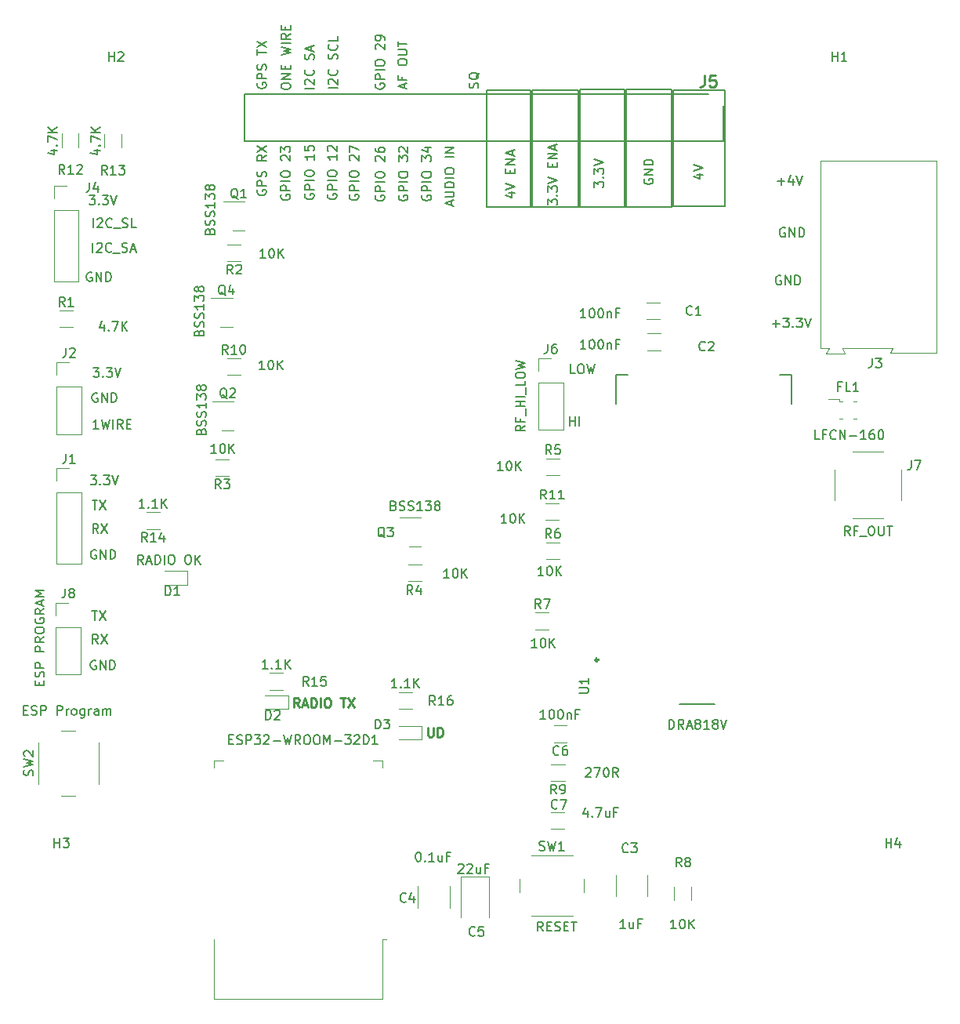
<source format=gbr>
%TF.GenerationSoftware,KiCad,Pcbnew,6.0.5-a6ca702e91~116~ubuntu22.04.1*%
%TF.CreationDate,2022-06-14T21:35:24-07:00*%
%TF.ProjectId,aprs-esp32,61707273-2d65-4737-9033-322e6b696361,v1.0.0*%
%TF.SameCoordinates,Original*%
%TF.FileFunction,Legend,Top*%
%TF.FilePolarity,Positive*%
%FSLAX46Y46*%
G04 Gerber Fmt 4.6, Leading zero omitted, Abs format (unit mm)*
G04 Created by KiCad (PCBNEW 6.0.5-a6ca702e91~116~ubuntu22.04.1) date 2022-06-14 21:35:24*
%MOMM*%
%LPD*%
G01*
G04 APERTURE LIST*
%ADD10C,0.150000*%
%ADD11C,0.250000*%
%ADD12C,0.254000*%
%ADD13C,0.120000*%
%ADD14C,0.200000*%
%ADD15C,0.127000*%
%ADD16C,0.300000*%
G04 APERTURE END LIST*
D10*
X86125000Y-28260000D02*
X91015000Y-28260000D01*
X91015000Y-28260000D02*
X91015000Y-40885000D01*
X91015000Y-40885000D02*
X86125000Y-40885000D01*
X86125000Y-40885000D02*
X86125000Y-28260000D01*
X59015000Y-27608333D02*
X58967380Y-27703571D01*
X58967380Y-27846428D01*
X59015000Y-27989285D01*
X59110238Y-28084523D01*
X59205476Y-28132142D01*
X59395952Y-28179761D01*
X59538809Y-28179761D01*
X59729285Y-28132142D01*
X59824523Y-28084523D01*
X59919761Y-27989285D01*
X59967380Y-27846428D01*
X59967380Y-27751190D01*
X59919761Y-27608333D01*
X59872142Y-27560714D01*
X59538809Y-27560714D01*
X59538809Y-27751190D01*
X59967380Y-27132142D02*
X58967380Y-27132142D01*
X58967380Y-26751190D01*
X59015000Y-26655952D01*
X59062619Y-26608333D01*
X59157857Y-26560714D01*
X59300714Y-26560714D01*
X59395952Y-26608333D01*
X59443571Y-26655952D01*
X59491190Y-26751190D01*
X59491190Y-27132142D01*
X59967380Y-26132142D02*
X58967380Y-26132142D01*
X58967380Y-25465476D02*
X58967380Y-25275000D01*
X59015000Y-25179761D01*
X59110238Y-25084523D01*
X59300714Y-25036904D01*
X59634047Y-25036904D01*
X59824523Y-25084523D01*
X59919761Y-25179761D01*
X59967380Y-25275000D01*
X59967380Y-25465476D01*
X59919761Y-25560714D01*
X59824523Y-25655952D01*
X59634047Y-25703571D01*
X59300714Y-25703571D01*
X59110238Y-25655952D01*
X59015000Y-25560714D01*
X58967380Y-25465476D01*
X59062619Y-23894047D02*
X59015000Y-23846428D01*
X58967380Y-23751190D01*
X58967380Y-23513095D01*
X59015000Y-23417857D01*
X59062619Y-23370238D01*
X59157857Y-23322619D01*
X59253095Y-23322619D01*
X59395952Y-23370238D01*
X59967380Y-23941666D01*
X59967380Y-23322619D01*
X59967380Y-22846428D02*
X59967380Y-22655952D01*
X59919761Y-22560714D01*
X59872142Y-22513095D01*
X59729285Y-22417857D01*
X59538809Y-22370238D01*
X59157857Y-22370238D01*
X59062619Y-22417857D01*
X59015000Y-22465476D01*
X58967380Y-22560714D01*
X58967380Y-22751190D01*
X59015000Y-22846428D01*
X59062619Y-22894047D01*
X59157857Y-22941666D01*
X59395952Y-22941666D01*
X59491190Y-22894047D01*
X59538809Y-22846428D01*
X59586428Y-22751190D01*
X59586428Y-22560714D01*
X59538809Y-22465476D01*
X59491190Y-22417857D01*
X59395952Y-22370238D01*
X62121666Y-28081190D02*
X62121666Y-27605000D01*
X62407380Y-28176428D02*
X61407380Y-27843095D01*
X62407380Y-27509761D01*
X61883571Y-26843095D02*
X61883571Y-27176428D01*
X62407380Y-27176428D02*
X61407380Y-27176428D01*
X61407380Y-26700238D01*
X61407380Y-25366904D02*
X61407380Y-25176428D01*
X61455000Y-25081190D01*
X61550238Y-24985952D01*
X61740714Y-24938333D01*
X62074047Y-24938333D01*
X62264523Y-24985952D01*
X62359761Y-25081190D01*
X62407380Y-25176428D01*
X62407380Y-25366904D01*
X62359761Y-25462142D01*
X62264523Y-25557380D01*
X62074047Y-25605000D01*
X61740714Y-25605000D01*
X61550238Y-25557380D01*
X61455000Y-25462142D01*
X61407380Y-25366904D01*
X61407380Y-24509761D02*
X62216904Y-24509761D01*
X62312142Y-24462142D01*
X62359761Y-24414523D01*
X62407380Y-24319285D01*
X62407380Y-24128809D01*
X62359761Y-24033571D01*
X62312142Y-23985952D01*
X62216904Y-23938333D01*
X61407380Y-23938333D01*
X61407380Y-23605000D02*
X61407380Y-23033571D01*
X62407380Y-23319285D02*
X61407380Y-23319285D01*
X70069761Y-28074523D02*
X70117380Y-27931666D01*
X70117380Y-27693571D01*
X70069761Y-27598333D01*
X70022142Y-27550714D01*
X69926904Y-27503095D01*
X69831666Y-27503095D01*
X69736428Y-27550714D01*
X69688809Y-27598333D01*
X69641190Y-27693571D01*
X69593571Y-27884047D01*
X69545952Y-27979285D01*
X69498333Y-28026904D01*
X69403095Y-28074523D01*
X69307857Y-28074523D01*
X69212619Y-28026904D01*
X69165000Y-27979285D01*
X69117380Y-27884047D01*
X69117380Y-27645952D01*
X69165000Y-27503095D01*
X70212619Y-26407857D02*
X70165000Y-26503095D01*
X70069761Y-26598333D01*
X69926904Y-26741190D01*
X69879285Y-26836428D01*
X69879285Y-26931666D01*
X70117380Y-26884047D02*
X70069761Y-26979285D01*
X69974523Y-27074523D01*
X69784047Y-27122142D01*
X69450714Y-27122142D01*
X69260238Y-27074523D01*
X69165000Y-26979285D01*
X69117380Y-26884047D01*
X69117380Y-26693571D01*
X69165000Y-26598333D01*
X69260238Y-26503095D01*
X69450714Y-26455476D01*
X69784047Y-26455476D01*
X69974523Y-26503095D01*
X70069761Y-26598333D01*
X70117380Y-26693571D01*
X70117380Y-26884047D01*
X93710714Y-37413095D02*
X94377380Y-37413095D01*
X93329761Y-37651190D02*
X94044047Y-37889285D01*
X94044047Y-37270238D01*
X93377380Y-37032142D02*
X94377380Y-36698809D01*
X93377380Y-36365476D01*
X88045000Y-37896904D02*
X87997380Y-37992142D01*
X87997380Y-38135000D01*
X88045000Y-38277857D01*
X88140238Y-38373095D01*
X88235476Y-38420714D01*
X88425952Y-38468333D01*
X88568809Y-38468333D01*
X88759285Y-38420714D01*
X88854523Y-38373095D01*
X88949761Y-38277857D01*
X88997380Y-38135000D01*
X88997380Y-38039761D01*
X88949761Y-37896904D01*
X88902142Y-37849285D01*
X88568809Y-37849285D01*
X88568809Y-38039761D01*
X88997380Y-37420714D02*
X87997380Y-37420714D01*
X88997380Y-36849285D01*
X87997380Y-36849285D01*
X88997380Y-36373095D02*
X87997380Y-36373095D01*
X87997380Y-36135000D01*
X88045000Y-35992142D01*
X88140238Y-35896904D01*
X88235476Y-35849285D01*
X88425952Y-35801666D01*
X88568809Y-35801666D01*
X88759285Y-35849285D01*
X88854523Y-35896904D01*
X88949761Y-35992142D01*
X88997380Y-36135000D01*
X88997380Y-36373095D01*
X82647380Y-38791190D02*
X82647380Y-38172142D01*
X83028333Y-38505476D01*
X83028333Y-38362619D01*
X83075952Y-38267380D01*
X83123571Y-38219761D01*
X83218809Y-38172142D01*
X83456904Y-38172142D01*
X83552142Y-38219761D01*
X83599761Y-38267380D01*
X83647380Y-38362619D01*
X83647380Y-38648333D01*
X83599761Y-38743571D01*
X83552142Y-38791190D01*
X83552142Y-37743571D02*
X83599761Y-37695952D01*
X83647380Y-37743571D01*
X83599761Y-37791190D01*
X83552142Y-37743571D01*
X83647380Y-37743571D01*
X82647380Y-37362619D02*
X82647380Y-36743571D01*
X83028333Y-37076904D01*
X83028333Y-36934047D01*
X83075952Y-36838809D01*
X83123571Y-36791190D01*
X83218809Y-36743571D01*
X83456904Y-36743571D01*
X83552142Y-36791190D01*
X83599761Y-36838809D01*
X83647380Y-36934047D01*
X83647380Y-37219761D01*
X83599761Y-37315000D01*
X83552142Y-37362619D01*
X82647380Y-36457857D02*
X83647380Y-36124523D01*
X82647380Y-35791190D01*
X91135000Y-28275000D02*
X96745000Y-28275000D01*
X96745000Y-28275000D02*
X96745000Y-40865000D01*
X96745000Y-40865000D02*
X91135000Y-40865000D01*
X91135000Y-40865000D02*
X91135000Y-28275000D01*
X81065000Y-28260000D02*
X85925000Y-28260000D01*
X85925000Y-28260000D02*
X85925000Y-40935000D01*
X85925000Y-40935000D02*
X81065000Y-40935000D01*
X81065000Y-40935000D02*
X81065000Y-28260000D01*
X77647380Y-40706904D02*
X77647380Y-40087857D01*
X78028333Y-40421190D01*
X78028333Y-40278333D01*
X78075952Y-40183095D01*
X78123571Y-40135476D01*
X78218809Y-40087857D01*
X78456904Y-40087857D01*
X78552142Y-40135476D01*
X78599761Y-40183095D01*
X78647380Y-40278333D01*
X78647380Y-40564047D01*
X78599761Y-40659285D01*
X78552142Y-40706904D01*
X78552142Y-39659285D02*
X78599761Y-39611666D01*
X78647380Y-39659285D01*
X78599761Y-39706904D01*
X78552142Y-39659285D01*
X78647380Y-39659285D01*
X77647380Y-39278333D02*
X77647380Y-38659285D01*
X78028333Y-38992619D01*
X78028333Y-38849761D01*
X78075952Y-38754523D01*
X78123571Y-38706904D01*
X78218809Y-38659285D01*
X78456904Y-38659285D01*
X78552142Y-38706904D01*
X78599761Y-38754523D01*
X78647380Y-38849761D01*
X78647380Y-39135476D01*
X78599761Y-39230714D01*
X78552142Y-39278333D01*
X77647380Y-38373571D02*
X78647380Y-38040238D01*
X77647380Y-37706904D01*
X78123571Y-36611666D02*
X78123571Y-36278333D01*
X78647380Y-36135476D02*
X78647380Y-36611666D01*
X77647380Y-36611666D01*
X77647380Y-36135476D01*
X78647380Y-35706904D02*
X77647380Y-35706904D01*
X78647380Y-35135476D01*
X77647380Y-35135476D01*
X78361666Y-34706904D02*
X78361666Y-34230714D01*
X78647380Y-34802142D02*
X77647380Y-34468809D01*
X78647380Y-34135476D01*
X75935000Y-28305000D02*
X80935000Y-28305000D01*
X80935000Y-28305000D02*
X80935000Y-40955000D01*
X80935000Y-40955000D02*
X75935000Y-40955000D01*
X75935000Y-40955000D02*
X75935000Y-28305000D01*
X73410714Y-39398809D02*
X74077380Y-39398809D01*
X73029761Y-39636904D02*
X73744047Y-39875000D01*
X73744047Y-39255952D01*
X73077380Y-39017857D02*
X74077380Y-38684523D01*
X73077380Y-38351190D01*
X73553571Y-37255952D02*
X73553571Y-36922619D01*
X74077380Y-36779761D02*
X74077380Y-37255952D01*
X73077380Y-37255952D01*
X73077380Y-36779761D01*
X74077380Y-36351190D02*
X73077380Y-36351190D01*
X74077380Y-35779761D01*
X73077380Y-35779761D01*
X73791666Y-35351190D02*
X73791666Y-34875000D01*
X74077380Y-35446428D02*
X73077380Y-35113095D01*
X74077380Y-34779761D01*
X70985000Y-28340000D02*
X75745000Y-28340000D01*
X75745000Y-28340000D02*
X75745000Y-40930000D01*
X75745000Y-40930000D02*
X70985000Y-40930000D01*
X70985000Y-40930000D02*
X70985000Y-28340000D01*
X67211666Y-40751666D02*
X67211666Y-40275476D01*
X67497380Y-40846904D02*
X66497380Y-40513571D01*
X67497380Y-40180238D01*
X66497380Y-39846904D02*
X67306904Y-39846904D01*
X67402142Y-39799285D01*
X67449761Y-39751666D01*
X67497380Y-39656428D01*
X67497380Y-39465952D01*
X67449761Y-39370714D01*
X67402142Y-39323095D01*
X67306904Y-39275476D01*
X66497380Y-39275476D01*
X67497380Y-38799285D02*
X66497380Y-38799285D01*
X66497380Y-38561190D01*
X66545000Y-38418333D01*
X66640238Y-38323095D01*
X66735476Y-38275476D01*
X66925952Y-38227857D01*
X67068809Y-38227857D01*
X67259285Y-38275476D01*
X67354523Y-38323095D01*
X67449761Y-38418333D01*
X67497380Y-38561190D01*
X67497380Y-38799285D01*
X67497380Y-37799285D02*
X66497380Y-37799285D01*
X66497380Y-37132619D02*
X66497380Y-36942142D01*
X66545000Y-36846904D01*
X66640238Y-36751666D01*
X66830714Y-36704047D01*
X67164047Y-36704047D01*
X67354523Y-36751666D01*
X67449761Y-36846904D01*
X67497380Y-36942142D01*
X67497380Y-37132619D01*
X67449761Y-37227857D01*
X67354523Y-37323095D01*
X67164047Y-37370714D01*
X66830714Y-37370714D01*
X66640238Y-37323095D01*
X66545000Y-37227857D01*
X66497380Y-37132619D01*
X67497380Y-35513571D02*
X66497380Y-35513571D01*
X67497380Y-35037380D02*
X66497380Y-35037380D01*
X67497380Y-34465952D01*
X66497380Y-34465952D01*
X64075000Y-39658333D02*
X64027380Y-39753571D01*
X64027380Y-39896428D01*
X64075000Y-40039285D01*
X64170238Y-40134523D01*
X64265476Y-40182142D01*
X64455952Y-40229761D01*
X64598809Y-40229761D01*
X64789285Y-40182142D01*
X64884523Y-40134523D01*
X64979761Y-40039285D01*
X65027380Y-39896428D01*
X65027380Y-39801190D01*
X64979761Y-39658333D01*
X64932142Y-39610714D01*
X64598809Y-39610714D01*
X64598809Y-39801190D01*
X65027380Y-39182142D02*
X64027380Y-39182142D01*
X64027380Y-38801190D01*
X64075000Y-38705952D01*
X64122619Y-38658333D01*
X64217857Y-38610714D01*
X64360714Y-38610714D01*
X64455952Y-38658333D01*
X64503571Y-38705952D01*
X64551190Y-38801190D01*
X64551190Y-39182142D01*
X65027380Y-38182142D02*
X64027380Y-38182142D01*
X64027380Y-37515476D02*
X64027380Y-37325000D01*
X64075000Y-37229761D01*
X64170238Y-37134523D01*
X64360714Y-37086904D01*
X64694047Y-37086904D01*
X64884523Y-37134523D01*
X64979761Y-37229761D01*
X65027380Y-37325000D01*
X65027380Y-37515476D01*
X64979761Y-37610714D01*
X64884523Y-37705952D01*
X64694047Y-37753571D01*
X64360714Y-37753571D01*
X64170238Y-37705952D01*
X64075000Y-37610714D01*
X64027380Y-37515476D01*
X64027380Y-35991666D02*
X64027380Y-35372619D01*
X64408333Y-35705952D01*
X64408333Y-35563095D01*
X64455952Y-35467857D01*
X64503571Y-35420238D01*
X64598809Y-35372619D01*
X64836904Y-35372619D01*
X64932142Y-35420238D01*
X64979761Y-35467857D01*
X65027380Y-35563095D01*
X65027380Y-35848809D01*
X64979761Y-35944047D01*
X64932142Y-35991666D01*
X64360714Y-34515476D02*
X65027380Y-34515476D01*
X63979761Y-34753571D02*
X64694047Y-34991666D01*
X64694047Y-34372619D01*
X61545000Y-39658333D02*
X61497380Y-39753571D01*
X61497380Y-39896428D01*
X61545000Y-40039285D01*
X61640238Y-40134523D01*
X61735476Y-40182142D01*
X61925952Y-40229761D01*
X62068809Y-40229761D01*
X62259285Y-40182142D01*
X62354523Y-40134523D01*
X62449761Y-40039285D01*
X62497380Y-39896428D01*
X62497380Y-39801190D01*
X62449761Y-39658333D01*
X62402142Y-39610714D01*
X62068809Y-39610714D01*
X62068809Y-39801190D01*
X62497380Y-39182142D02*
X61497380Y-39182142D01*
X61497380Y-38801190D01*
X61545000Y-38705952D01*
X61592619Y-38658333D01*
X61687857Y-38610714D01*
X61830714Y-38610714D01*
X61925952Y-38658333D01*
X61973571Y-38705952D01*
X62021190Y-38801190D01*
X62021190Y-39182142D01*
X62497380Y-38182142D02*
X61497380Y-38182142D01*
X61497380Y-37515476D02*
X61497380Y-37325000D01*
X61545000Y-37229761D01*
X61640238Y-37134523D01*
X61830714Y-37086904D01*
X62164047Y-37086904D01*
X62354523Y-37134523D01*
X62449761Y-37229761D01*
X62497380Y-37325000D01*
X62497380Y-37515476D01*
X62449761Y-37610714D01*
X62354523Y-37705952D01*
X62164047Y-37753571D01*
X61830714Y-37753571D01*
X61640238Y-37705952D01*
X61545000Y-37610714D01*
X61497380Y-37515476D01*
X61497380Y-35991666D02*
X61497380Y-35372619D01*
X61878333Y-35705952D01*
X61878333Y-35563095D01*
X61925952Y-35467857D01*
X61973571Y-35420238D01*
X62068809Y-35372619D01*
X62306904Y-35372619D01*
X62402142Y-35420238D01*
X62449761Y-35467857D01*
X62497380Y-35563095D01*
X62497380Y-35848809D01*
X62449761Y-35944047D01*
X62402142Y-35991666D01*
X61592619Y-34991666D02*
X61545000Y-34944047D01*
X61497380Y-34848809D01*
X61497380Y-34610714D01*
X61545000Y-34515476D01*
X61592619Y-34467857D01*
X61687857Y-34420238D01*
X61783095Y-34420238D01*
X61925952Y-34467857D01*
X62497380Y-35039285D01*
X62497380Y-34420238D01*
X59025000Y-39688333D02*
X58977380Y-39783571D01*
X58977380Y-39926428D01*
X59025000Y-40069285D01*
X59120238Y-40164523D01*
X59215476Y-40212142D01*
X59405952Y-40259761D01*
X59548809Y-40259761D01*
X59739285Y-40212142D01*
X59834523Y-40164523D01*
X59929761Y-40069285D01*
X59977380Y-39926428D01*
X59977380Y-39831190D01*
X59929761Y-39688333D01*
X59882142Y-39640714D01*
X59548809Y-39640714D01*
X59548809Y-39831190D01*
X59977380Y-39212142D02*
X58977380Y-39212142D01*
X58977380Y-38831190D01*
X59025000Y-38735952D01*
X59072619Y-38688333D01*
X59167857Y-38640714D01*
X59310714Y-38640714D01*
X59405952Y-38688333D01*
X59453571Y-38735952D01*
X59501190Y-38831190D01*
X59501190Y-39212142D01*
X59977380Y-38212142D02*
X58977380Y-38212142D01*
X58977380Y-37545476D02*
X58977380Y-37355000D01*
X59025000Y-37259761D01*
X59120238Y-37164523D01*
X59310714Y-37116904D01*
X59644047Y-37116904D01*
X59834523Y-37164523D01*
X59929761Y-37259761D01*
X59977380Y-37355000D01*
X59977380Y-37545476D01*
X59929761Y-37640714D01*
X59834523Y-37735952D01*
X59644047Y-37783571D01*
X59310714Y-37783571D01*
X59120238Y-37735952D01*
X59025000Y-37640714D01*
X58977380Y-37545476D01*
X59072619Y-35974047D02*
X59025000Y-35926428D01*
X58977380Y-35831190D01*
X58977380Y-35593095D01*
X59025000Y-35497857D01*
X59072619Y-35450238D01*
X59167857Y-35402619D01*
X59263095Y-35402619D01*
X59405952Y-35450238D01*
X59977380Y-36021666D01*
X59977380Y-35402619D01*
X58977380Y-34545476D02*
X58977380Y-34735952D01*
X59025000Y-34831190D01*
X59072619Y-34878809D01*
X59215476Y-34974047D01*
X59405952Y-35021666D01*
X59786904Y-35021666D01*
X59882142Y-34974047D01*
X59929761Y-34926428D01*
X59977380Y-34831190D01*
X59977380Y-34640714D01*
X59929761Y-34545476D01*
X59882142Y-34497857D01*
X59786904Y-34450238D01*
X59548809Y-34450238D01*
X59453571Y-34497857D01*
X59405952Y-34545476D01*
X59358333Y-34640714D01*
X59358333Y-34831190D01*
X59405952Y-34926428D01*
X59453571Y-34974047D01*
X59548809Y-35021666D01*
X56225000Y-39598333D02*
X56177380Y-39693571D01*
X56177380Y-39836428D01*
X56225000Y-39979285D01*
X56320238Y-40074523D01*
X56415476Y-40122142D01*
X56605952Y-40169761D01*
X56748809Y-40169761D01*
X56939285Y-40122142D01*
X57034523Y-40074523D01*
X57129761Y-39979285D01*
X57177380Y-39836428D01*
X57177380Y-39741190D01*
X57129761Y-39598333D01*
X57082142Y-39550714D01*
X56748809Y-39550714D01*
X56748809Y-39741190D01*
X57177380Y-39122142D02*
X56177380Y-39122142D01*
X56177380Y-38741190D01*
X56225000Y-38645952D01*
X56272619Y-38598333D01*
X56367857Y-38550714D01*
X56510714Y-38550714D01*
X56605952Y-38598333D01*
X56653571Y-38645952D01*
X56701190Y-38741190D01*
X56701190Y-39122142D01*
X57177380Y-38122142D02*
X56177380Y-38122142D01*
X56177380Y-37455476D02*
X56177380Y-37265000D01*
X56225000Y-37169761D01*
X56320238Y-37074523D01*
X56510714Y-37026904D01*
X56844047Y-37026904D01*
X57034523Y-37074523D01*
X57129761Y-37169761D01*
X57177380Y-37265000D01*
X57177380Y-37455476D01*
X57129761Y-37550714D01*
X57034523Y-37645952D01*
X56844047Y-37693571D01*
X56510714Y-37693571D01*
X56320238Y-37645952D01*
X56225000Y-37550714D01*
X56177380Y-37455476D01*
X56272619Y-35884047D02*
X56225000Y-35836428D01*
X56177380Y-35741190D01*
X56177380Y-35503095D01*
X56225000Y-35407857D01*
X56272619Y-35360238D01*
X56367857Y-35312619D01*
X56463095Y-35312619D01*
X56605952Y-35360238D01*
X57177380Y-35931666D01*
X57177380Y-35312619D01*
X56177380Y-34979285D02*
X56177380Y-34312619D01*
X57177380Y-34741190D01*
X53865000Y-39538333D02*
X53817380Y-39633571D01*
X53817380Y-39776428D01*
X53865000Y-39919285D01*
X53960238Y-40014523D01*
X54055476Y-40062142D01*
X54245952Y-40109761D01*
X54388809Y-40109761D01*
X54579285Y-40062142D01*
X54674523Y-40014523D01*
X54769761Y-39919285D01*
X54817380Y-39776428D01*
X54817380Y-39681190D01*
X54769761Y-39538333D01*
X54722142Y-39490714D01*
X54388809Y-39490714D01*
X54388809Y-39681190D01*
X54817380Y-39062142D02*
X53817380Y-39062142D01*
X53817380Y-38681190D01*
X53865000Y-38585952D01*
X53912619Y-38538333D01*
X54007857Y-38490714D01*
X54150714Y-38490714D01*
X54245952Y-38538333D01*
X54293571Y-38585952D01*
X54341190Y-38681190D01*
X54341190Y-39062142D01*
X54817380Y-38062142D02*
X53817380Y-38062142D01*
X53817380Y-37395476D02*
X53817380Y-37205000D01*
X53865000Y-37109761D01*
X53960238Y-37014523D01*
X54150714Y-36966904D01*
X54484047Y-36966904D01*
X54674523Y-37014523D01*
X54769761Y-37109761D01*
X54817380Y-37205000D01*
X54817380Y-37395476D01*
X54769761Y-37490714D01*
X54674523Y-37585952D01*
X54484047Y-37633571D01*
X54150714Y-37633571D01*
X53960238Y-37585952D01*
X53865000Y-37490714D01*
X53817380Y-37395476D01*
X54817380Y-35252619D02*
X54817380Y-35824047D01*
X54817380Y-35538333D02*
X53817380Y-35538333D01*
X53960238Y-35633571D01*
X54055476Y-35728809D01*
X54103095Y-35824047D01*
X53912619Y-34871666D02*
X53865000Y-34824047D01*
X53817380Y-34728809D01*
X53817380Y-34490714D01*
X53865000Y-34395476D01*
X53912619Y-34347857D01*
X54007857Y-34300238D01*
X54103095Y-34300238D01*
X54245952Y-34347857D01*
X54817380Y-34919285D01*
X54817380Y-34300238D01*
X51405000Y-39518333D02*
X51357380Y-39613571D01*
X51357380Y-39756428D01*
X51405000Y-39899285D01*
X51500238Y-39994523D01*
X51595476Y-40042142D01*
X51785952Y-40089761D01*
X51928809Y-40089761D01*
X52119285Y-40042142D01*
X52214523Y-39994523D01*
X52309761Y-39899285D01*
X52357380Y-39756428D01*
X52357380Y-39661190D01*
X52309761Y-39518333D01*
X52262142Y-39470714D01*
X51928809Y-39470714D01*
X51928809Y-39661190D01*
X52357380Y-39042142D02*
X51357380Y-39042142D01*
X51357380Y-38661190D01*
X51405000Y-38565952D01*
X51452619Y-38518333D01*
X51547857Y-38470714D01*
X51690714Y-38470714D01*
X51785952Y-38518333D01*
X51833571Y-38565952D01*
X51881190Y-38661190D01*
X51881190Y-39042142D01*
X52357380Y-38042142D02*
X51357380Y-38042142D01*
X51357380Y-37375476D02*
X51357380Y-37185000D01*
X51405000Y-37089761D01*
X51500238Y-36994523D01*
X51690714Y-36946904D01*
X52024047Y-36946904D01*
X52214523Y-36994523D01*
X52309761Y-37089761D01*
X52357380Y-37185000D01*
X52357380Y-37375476D01*
X52309761Y-37470714D01*
X52214523Y-37565952D01*
X52024047Y-37613571D01*
X51690714Y-37613571D01*
X51500238Y-37565952D01*
X51405000Y-37470714D01*
X51357380Y-37375476D01*
X52357380Y-35232619D02*
X52357380Y-35804047D01*
X52357380Y-35518333D02*
X51357380Y-35518333D01*
X51500238Y-35613571D01*
X51595476Y-35708809D01*
X51643095Y-35804047D01*
X51357380Y-34327857D02*
X51357380Y-34804047D01*
X51833571Y-34851666D01*
X51785952Y-34804047D01*
X51738333Y-34708809D01*
X51738333Y-34470714D01*
X51785952Y-34375476D01*
X51833571Y-34327857D01*
X51928809Y-34280238D01*
X52166904Y-34280238D01*
X52262142Y-34327857D01*
X52309761Y-34375476D01*
X52357380Y-34470714D01*
X52357380Y-34708809D01*
X52309761Y-34804047D01*
X52262142Y-34851666D01*
X54897380Y-28093095D02*
X53897380Y-28093095D01*
X53992619Y-27664523D02*
X53945000Y-27616904D01*
X53897380Y-27521666D01*
X53897380Y-27283571D01*
X53945000Y-27188333D01*
X53992619Y-27140714D01*
X54087857Y-27093095D01*
X54183095Y-27093095D01*
X54325952Y-27140714D01*
X54897380Y-27712142D01*
X54897380Y-27093095D01*
X54802142Y-26093095D02*
X54849761Y-26140714D01*
X54897380Y-26283571D01*
X54897380Y-26378809D01*
X54849761Y-26521666D01*
X54754523Y-26616904D01*
X54659285Y-26664523D01*
X54468809Y-26712142D01*
X54325952Y-26712142D01*
X54135476Y-26664523D01*
X54040238Y-26616904D01*
X53945000Y-26521666D01*
X53897380Y-26378809D01*
X53897380Y-26283571D01*
X53945000Y-26140714D01*
X53992619Y-26093095D01*
X54849761Y-24950238D02*
X54897380Y-24807380D01*
X54897380Y-24569285D01*
X54849761Y-24474047D01*
X54802142Y-24426428D01*
X54706904Y-24378809D01*
X54611666Y-24378809D01*
X54516428Y-24426428D01*
X54468809Y-24474047D01*
X54421190Y-24569285D01*
X54373571Y-24759761D01*
X54325952Y-24855000D01*
X54278333Y-24902619D01*
X54183095Y-24950238D01*
X54087857Y-24950238D01*
X53992619Y-24902619D01*
X53945000Y-24855000D01*
X53897380Y-24759761D01*
X53897380Y-24521666D01*
X53945000Y-24378809D01*
X54802142Y-23378809D02*
X54849761Y-23426428D01*
X54897380Y-23569285D01*
X54897380Y-23664523D01*
X54849761Y-23807380D01*
X54754523Y-23902619D01*
X54659285Y-23950238D01*
X54468809Y-23997857D01*
X54325952Y-23997857D01*
X54135476Y-23950238D01*
X54040238Y-23902619D01*
X53945000Y-23807380D01*
X53897380Y-23664523D01*
X53897380Y-23569285D01*
X53945000Y-23426428D01*
X53992619Y-23378809D01*
X54897380Y-22474047D02*
X54897380Y-22950238D01*
X53897380Y-22950238D01*
X52357380Y-28116904D02*
X51357380Y-28116904D01*
X51452619Y-27688333D02*
X51405000Y-27640714D01*
X51357380Y-27545476D01*
X51357380Y-27307380D01*
X51405000Y-27212142D01*
X51452619Y-27164523D01*
X51547857Y-27116904D01*
X51643095Y-27116904D01*
X51785952Y-27164523D01*
X52357380Y-27735952D01*
X52357380Y-27116904D01*
X52262142Y-26116904D02*
X52309761Y-26164523D01*
X52357380Y-26307380D01*
X52357380Y-26402619D01*
X52309761Y-26545476D01*
X52214523Y-26640714D01*
X52119285Y-26688333D01*
X51928809Y-26735952D01*
X51785952Y-26735952D01*
X51595476Y-26688333D01*
X51500238Y-26640714D01*
X51405000Y-26545476D01*
X51357380Y-26402619D01*
X51357380Y-26307380D01*
X51405000Y-26164523D01*
X51452619Y-26116904D01*
X52309761Y-24974047D02*
X52357380Y-24831190D01*
X52357380Y-24593095D01*
X52309761Y-24497857D01*
X52262142Y-24450238D01*
X52166904Y-24402619D01*
X52071666Y-24402619D01*
X51976428Y-24450238D01*
X51928809Y-24497857D01*
X51881190Y-24593095D01*
X51833571Y-24783571D01*
X51785952Y-24878809D01*
X51738333Y-24926428D01*
X51643095Y-24974047D01*
X51547857Y-24974047D01*
X51452619Y-24926428D01*
X51405000Y-24878809D01*
X51357380Y-24783571D01*
X51357380Y-24545476D01*
X51405000Y-24402619D01*
X52071666Y-24021666D02*
X52071666Y-23545476D01*
X52357380Y-24116904D02*
X51357380Y-23783571D01*
X52357380Y-23450238D01*
D11*
X64659285Y-97127380D02*
X64659285Y-97936904D01*
X64706904Y-98032142D01*
X64754523Y-98079761D01*
X64849761Y-98127380D01*
X65040238Y-98127380D01*
X65135476Y-98079761D01*
X65183095Y-98032142D01*
X65230714Y-97936904D01*
X65230714Y-97127380D01*
X65706904Y-98127380D02*
X65706904Y-97127380D01*
X65945000Y-97127380D01*
X66087857Y-97175000D01*
X66183095Y-97270238D01*
X66230714Y-97365476D01*
X66278333Y-97555952D01*
X66278333Y-97698809D01*
X66230714Y-97889285D01*
X66183095Y-97984523D01*
X66087857Y-98079761D01*
X65945000Y-98127380D01*
X65706904Y-98127380D01*
X50765952Y-94947380D02*
X50432619Y-94471190D01*
X50194523Y-94947380D02*
X50194523Y-93947380D01*
X50575476Y-93947380D01*
X50670714Y-93995000D01*
X50718333Y-94042619D01*
X50765952Y-94137857D01*
X50765952Y-94280714D01*
X50718333Y-94375952D01*
X50670714Y-94423571D01*
X50575476Y-94471190D01*
X50194523Y-94471190D01*
X51146904Y-94661666D02*
X51623095Y-94661666D01*
X51051666Y-94947380D02*
X51385000Y-93947380D01*
X51718333Y-94947380D01*
X52051666Y-94947380D02*
X52051666Y-93947380D01*
X52289761Y-93947380D01*
X52432619Y-93995000D01*
X52527857Y-94090238D01*
X52575476Y-94185476D01*
X52623095Y-94375952D01*
X52623095Y-94518809D01*
X52575476Y-94709285D01*
X52527857Y-94804523D01*
X52432619Y-94899761D01*
X52289761Y-94947380D01*
X52051666Y-94947380D01*
X53051666Y-94947380D02*
X53051666Y-93947380D01*
X53718333Y-93947380D02*
X53908809Y-93947380D01*
X54004047Y-93995000D01*
X54099285Y-94090238D01*
X54146904Y-94280714D01*
X54146904Y-94614047D01*
X54099285Y-94804523D01*
X54004047Y-94899761D01*
X53908809Y-94947380D01*
X53718333Y-94947380D01*
X53623095Y-94899761D01*
X53527857Y-94804523D01*
X53480238Y-94614047D01*
X53480238Y-94280714D01*
X53527857Y-94090238D01*
X53623095Y-93995000D01*
X53718333Y-93947380D01*
X55194523Y-93947380D02*
X55765952Y-93947380D01*
X55480238Y-94947380D02*
X55480238Y-93947380D01*
X56004047Y-93947380D02*
X56670714Y-94947380D01*
X56670714Y-93947380D02*
X56004047Y-94947380D01*
D10*
X66964523Y-80967380D02*
X66393095Y-80967380D01*
X66678809Y-80967380D02*
X66678809Y-79967380D01*
X66583571Y-80110238D01*
X66488333Y-80205476D01*
X66393095Y-80253095D01*
X67583571Y-79967380D02*
X67678809Y-79967380D01*
X67774047Y-80015000D01*
X67821666Y-80062619D01*
X67869285Y-80157857D01*
X67916904Y-80348333D01*
X67916904Y-80586428D01*
X67869285Y-80776904D01*
X67821666Y-80872142D01*
X67774047Y-80919761D01*
X67678809Y-80967380D01*
X67583571Y-80967380D01*
X67488333Y-80919761D01*
X67440714Y-80872142D01*
X67393095Y-80776904D01*
X67345476Y-80586428D01*
X67345476Y-80348333D01*
X67393095Y-80157857D01*
X67440714Y-80062619D01*
X67488333Y-80015000D01*
X67583571Y-79967380D01*
X68345476Y-80967380D02*
X68345476Y-79967380D01*
X68916904Y-80967380D02*
X68488333Y-80395952D01*
X68916904Y-79967380D02*
X68345476Y-80538809D01*
X60965476Y-73163571D02*
X61108333Y-73211190D01*
X61155952Y-73258809D01*
X61203571Y-73354047D01*
X61203571Y-73496904D01*
X61155952Y-73592142D01*
X61108333Y-73639761D01*
X61013095Y-73687380D01*
X60632142Y-73687380D01*
X60632142Y-72687380D01*
X60965476Y-72687380D01*
X61060714Y-72735000D01*
X61108333Y-72782619D01*
X61155952Y-72877857D01*
X61155952Y-72973095D01*
X61108333Y-73068333D01*
X61060714Y-73115952D01*
X60965476Y-73163571D01*
X60632142Y-73163571D01*
X61584523Y-73639761D02*
X61727380Y-73687380D01*
X61965476Y-73687380D01*
X62060714Y-73639761D01*
X62108333Y-73592142D01*
X62155952Y-73496904D01*
X62155952Y-73401666D01*
X62108333Y-73306428D01*
X62060714Y-73258809D01*
X61965476Y-73211190D01*
X61775000Y-73163571D01*
X61679761Y-73115952D01*
X61632142Y-73068333D01*
X61584523Y-72973095D01*
X61584523Y-72877857D01*
X61632142Y-72782619D01*
X61679761Y-72735000D01*
X61775000Y-72687380D01*
X62013095Y-72687380D01*
X62155952Y-72735000D01*
X62536904Y-73639761D02*
X62679761Y-73687380D01*
X62917857Y-73687380D01*
X63013095Y-73639761D01*
X63060714Y-73592142D01*
X63108333Y-73496904D01*
X63108333Y-73401666D01*
X63060714Y-73306428D01*
X63013095Y-73258809D01*
X62917857Y-73211190D01*
X62727380Y-73163571D01*
X62632142Y-73115952D01*
X62584523Y-73068333D01*
X62536904Y-72973095D01*
X62536904Y-72877857D01*
X62584523Y-72782619D01*
X62632142Y-72735000D01*
X62727380Y-72687380D01*
X62965476Y-72687380D01*
X63108333Y-72735000D01*
X64060714Y-73687380D02*
X63489285Y-73687380D01*
X63775000Y-73687380D02*
X63775000Y-72687380D01*
X63679761Y-72830238D01*
X63584523Y-72925476D01*
X63489285Y-72973095D01*
X64394047Y-72687380D02*
X65013095Y-72687380D01*
X64679761Y-73068333D01*
X64822619Y-73068333D01*
X64917857Y-73115952D01*
X64965476Y-73163571D01*
X65013095Y-73258809D01*
X65013095Y-73496904D01*
X64965476Y-73592142D01*
X64917857Y-73639761D01*
X64822619Y-73687380D01*
X64536904Y-73687380D01*
X64441666Y-73639761D01*
X64394047Y-73592142D01*
X65584523Y-73115952D02*
X65489285Y-73068333D01*
X65441666Y-73020714D01*
X65394047Y-72925476D01*
X65394047Y-72877857D01*
X65441666Y-72782619D01*
X65489285Y-72735000D01*
X65584523Y-72687380D01*
X65775000Y-72687380D01*
X65870238Y-72735000D01*
X65917857Y-72782619D01*
X65965476Y-72877857D01*
X65965476Y-72925476D01*
X65917857Y-73020714D01*
X65870238Y-73068333D01*
X65775000Y-73115952D01*
X65584523Y-73115952D01*
X65489285Y-73163571D01*
X65441666Y-73211190D01*
X65394047Y-73306428D01*
X65394047Y-73496904D01*
X65441666Y-73592142D01*
X65489285Y-73639761D01*
X65584523Y-73687380D01*
X65775000Y-73687380D01*
X65870238Y-73639761D01*
X65917857Y-73592142D01*
X65965476Y-73496904D01*
X65965476Y-73306428D01*
X65917857Y-73211190D01*
X65870238Y-73163571D01*
X65775000Y-73115952D01*
X48835000Y-39608333D02*
X48787380Y-39703571D01*
X48787380Y-39846428D01*
X48835000Y-39989285D01*
X48930238Y-40084523D01*
X49025476Y-40132142D01*
X49215952Y-40179761D01*
X49358809Y-40179761D01*
X49549285Y-40132142D01*
X49644523Y-40084523D01*
X49739761Y-39989285D01*
X49787380Y-39846428D01*
X49787380Y-39751190D01*
X49739761Y-39608333D01*
X49692142Y-39560714D01*
X49358809Y-39560714D01*
X49358809Y-39751190D01*
X49787380Y-39132142D02*
X48787380Y-39132142D01*
X48787380Y-38751190D01*
X48835000Y-38655952D01*
X48882619Y-38608333D01*
X48977857Y-38560714D01*
X49120714Y-38560714D01*
X49215952Y-38608333D01*
X49263571Y-38655952D01*
X49311190Y-38751190D01*
X49311190Y-39132142D01*
X49787380Y-38132142D02*
X48787380Y-38132142D01*
X48787380Y-37465476D02*
X48787380Y-37275000D01*
X48835000Y-37179761D01*
X48930238Y-37084523D01*
X49120714Y-37036904D01*
X49454047Y-37036904D01*
X49644523Y-37084523D01*
X49739761Y-37179761D01*
X49787380Y-37275000D01*
X49787380Y-37465476D01*
X49739761Y-37560714D01*
X49644523Y-37655952D01*
X49454047Y-37703571D01*
X49120714Y-37703571D01*
X48930238Y-37655952D01*
X48835000Y-37560714D01*
X48787380Y-37465476D01*
X48882619Y-35894047D02*
X48835000Y-35846428D01*
X48787380Y-35751190D01*
X48787380Y-35513095D01*
X48835000Y-35417857D01*
X48882619Y-35370238D01*
X48977857Y-35322619D01*
X49073095Y-35322619D01*
X49215952Y-35370238D01*
X49787380Y-35941666D01*
X49787380Y-35322619D01*
X48787380Y-34989285D02*
X48787380Y-34370238D01*
X49168333Y-34703571D01*
X49168333Y-34560714D01*
X49215952Y-34465476D01*
X49263571Y-34417857D01*
X49358809Y-34370238D01*
X49596904Y-34370238D01*
X49692142Y-34417857D01*
X49739761Y-34465476D01*
X49787380Y-34560714D01*
X49787380Y-34846428D01*
X49739761Y-34941666D01*
X49692142Y-34989285D01*
X48817380Y-27959285D02*
X48817380Y-27768809D01*
X48865000Y-27673571D01*
X48960238Y-27578333D01*
X49150714Y-27530714D01*
X49484047Y-27530714D01*
X49674523Y-27578333D01*
X49769761Y-27673571D01*
X49817380Y-27768809D01*
X49817380Y-27959285D01*
X49769761Y-28054523D01*
X49674523Y-28149761D01*
X49484047Y-28197380D01*
X49150714Y-28197380D01*
X48960238Y-28149761D01*
X48865000Y-28054523D01*
X48817380Y-27959285D01*
X49817380Y-27102142D02*
X48817380Y-27102142D01*
X49817380Y-26530714D01*
X48817380Y-26530714D01*
X49293571Y-26054523D02*
X49293571Y-25721190D01*
X49817380Y-25578333D02*
X49817380Y-26054523D01*
X48817380Y-26054523D01*
X48817380Y-25578333D01*
X48817380Y-24483095D02*
X49817380Y-24245000D01*
X49103095Y-24054523D01*
X49817380Y-23864047D01*
X48817380Y-23625952D01*
X49817380Y-23245000D02*
X48817380Y-23245000D01*
X49817380Y-22197380D02*
X49341190Y-22530714D01*
X49817380Y-22768809D02*
X48817380Y-22768809D01*
X48817380Y-22387857D01*
X48865000Y-22292619D01*
X48912619Y-22245000D01*
X49007857Y-22197380D01*
X49150714Y-22197380D01*
X49245952Y-22245000D01*
X49293571Y-22292619D01*
X49341190Y-22387857D01*
X49341190Y-22768809D01*
X49293571Y-21768809D02*
X49293571Y-21435476D01*
X49817380Y-21292619D02*
X49817380Y-21768809D01*
X48817380Y-21768809D01*
X48817380Y-21292619D01*
X46255000Y-27547380D02*
X46207380Y-27642619D01*
X46207380Y-27785476D01*
X46255000Y-27928333D01*
X46350238Y-28023571D01*
X46445476Y-28071190D01*
X46635952Y-28118809D01*
X46778809Y-28118809D01*
X46969285Y-28071190D01*
X47064523Y-28023571D01*
X47159761Y-27928333D01*
X47207380Y-27785476D01*
X47207380Y-27690238D01*
X47159761Y-27547380D01*
X47112142Y-27499761D01*
X46778809Y-27499761D01*
X46778809Y-27690238D01*
X47207380Y-27071190D02*
X46207380Y-27071190D01*
X46207380Y-26690238D01*
X46255000Y-26595000D01*
X46302619Y-26547380D01*
X46397857Y-26499761D01*
X46540714Y-26499761D01*
X46635952Y-26547380D01*
X46683571Y-26595000D01*
X46731190Y-26690238D01*
X46731190Y-27071190D01*
X47159761Y-26118809D02*
X47207380Y-25975952D01*
X47207380Y-25737857D01*
X47159761Y-25642619D01*
X47112142Y-25595000D01*
X47016904Y-25547380D01*
X46921666Y-25547380D01*
X46826428Y-25595000D01*
X46778809Y-25642619D01*
X46731190Y-25737857D01*
X46683571Y-25928333D01*
X46635952Y-26023571D01*
X46588333Y-26071190D01*
X46493095Y-26118809D01*
X46397857Y-26118809D01*
X46302619Y-26071190D01*
X46255000Y-26023571D01*
X46207380Y-25928333D01*
X46207380Y-25690238D01*
X46255000Y-25547380D01*
X46207380Y-24499761D02*
X46207380Y-23928333D01*
X47207380Y-24214047D02*
X46207380Y-24214047D01*
X46207380Y-23690238D02*
X47207380Y-23023571D01*
X46207380Y-23023571D02*
X47207380Y-23690238D01*
X46275000Y-39086428D02*
X46227380Y-39181666D01*
X46227380Y-39324523D01*
X46275000Y-39467380D01*
X46370238Y-39562619D01*
X46465476Y-39610238D01*
X46655952Y-39657857D01*
X46798809Y-39657857D01*
X46989285Y-39610238D01*
X47084523Y-39562619D01*
X47179761Y-39467380D01*
X47227380Y-39324523D01*
X47227380Y-39229285D01*
X47179761Y-39086428D01*
X47132142Y-39038809D01*
X46798809Y-39038809D01*
X46798809Y-39229285D01*
X47227380Y-38610238D02*
X46227380Y-38610238D01*
X46227380Y-38229285D01*
X46275000Y-38134047D01*
X46322619Y-38086428D01*
X46417857Y-38038809D01*
X46560714Y-38038809D01*
X46655952Y-38086428D01*
X46703571Y-38134047D01*
X46751190Y-38229285D01*
X46751190Y-38610238D01*
X47179761Y-37657857D02*
X47227380Y-37515000D01*
X47227380Y-37276904D01*
X47179761Y-37181666D01*
X47132142Y-37134047D01*
X47036904Y-37086428D01*
X46941666Y-37086428D01*
X46846428Y-37134047D01*
X46798809Y-37181666D01*
X46751190Y-37276904D01*
X46703571Y-37467380D01*
X46655952Y-37562619D01*
X46608333Y-37610238D01*
X46513095Y-37657857D01*
X46417857Y-37657857D01*
X46322619Y-37610238D01*
X46275000Y-37562619D01*
X46227380Y-37467380D01*
X46227380Y-37229285D01*
X46275000Y-37086428D01*
X47227380Y-35324523D02*
X46751190Y-35657857D01*
X47227380Y-35895952D02*
X46227380Y-35895952D01*
X46227380Y-35515000D01*
X46275000Y-35419761D01*
X46322619Y-35372142D01*
X46417857Y-35324523D01*
X46560714Y-35324523D01*
X46655952Y-35372142D01*
X46703571Y-35419761D01*
X46751190Y-35515000D01*
X46751190Y-35895952D01*
X46227380Y-34991190D02*
X47227380Y-34324523D01*
X46227380Y-34324523D02*
X47227380Y-34991190D01*
X103243095Y-43205000D02*
X103147857Y-43157380D01*
X103005000Y-43157380D01*
X102862142Y-43205000D01*
X102766904Y-43300238D01*
X102719285Y-43395476D01*
X102671666Y-43585952D01*
X102671666Y-43728809D01*
X102719285Y-43919285D01*
X102766904Y-44014523D01*
X102862142Y-44109761D01*
X103005000Y-44157380D01*
X103100238Y-44157380D01*
X103243095Y-44109761D01*
X103290714Y-44062142D01*
X103290714Y-43728809D01*
X103100238Y-43728809D01*
X103719285Y-44157380D02*
X103719285Y-43157380D01*
X104290714Y-44157380D01*
X104290714Y-43157380D01*
X104766904Y-44157380D02*
X104766904Y-43157380D01*
X105005000Y-43157380D01*
X105147857Y-43205000D01*
X105243095Y-43300238D01*
X105290714Y-43395476D01*
X105338333Y-43585952D01*
X105338333Y-43728809D01*
X105290714Y-43919285D01*
X105243095Y-44014523D01*
X105147857Y-44109761D01*
X105005000Y-44157380D01*
X104766904Y-44157380D01*
X102793095Y-48375000D02*
X102697857Y-48327380D01*
X102555000Y-48327380D01*
X102412142Y-48375000D01*
X102316904Y-48470238D01*
X102269285Y-48565476D01*
X102221666Y-48755952D01*
X102221666Y-48898809D01*
X102269285Y-49089285D01*
X102316904Y-49184523D01*
X102412142Y-49279761D01*
X102555000Y-49327380D01*
X102650238Y-49327380D01*
X102793095Y-49279761D01*
X102840714Y-49232142D01*
X102840714Y-48898809D01*
X102650238Y-48898809D01*
X103269285Y-49327380D02*
X103269285Y-48327380D01*
X103840714Y-49327380D01*
X103840714Y-48327380D01*
X104316904Y-49327380D02*
X104316904Y-48327380D01*
X104555000Y-48327380D01*
X104697857Y-48375000D01*
X104793095Y-48470238D01*
X104840714Y-48565476D01*
X104888333Y-48755952D01*
X104888333Y-48898809D01*
X104840714Y-49089285D01*
X104793095Y-49184523D01*
X104697857Y-49279761D01*
X104555000Y-49327380D01*
X104316904Y-49327380D01*
X101915000Y-53536428D02*
X102676904Y-53536428D01*
X102295952Y-53917380D02*
X102295952Y-53155476D01*
X103057857Y-52917380D02*
X103676904Y-52917380D01*
X103343571Y-53298333D01*
X103486428Y-53298333D01*
X103581666Y-53345952D01*
X103629285Y-53393571D01*
X103676904Y-53488809D01*
X103676904Y-53726904D01*
X103629285Y-53822142D01*
X103581666Y-53869761D01*
X103486428Y-53917380D01*
X103200714Y-53917380D01*
X103105476Y-53869761D01*
X103057857Y-53822142D01*
X104105476Y-53822142D02*
X104153095Y-53869761D01*
X104105476Y-53917380D01*
X104057857Y-53869761D01*
X104105476Y-53822142D01*
X104105476Y-53917380D01*
X104486428Y-52917380D02*
X105105476Y-52917380D01*
X104772142Y-53298333D01*
X104915000Y-53298333D01*
X105010238Y-53345952D01*
X105057857Y-53393571D01*
X105105476Y-53488809D01*
X105105476Y-53726904D01*
X105057857Y-53822142D01*
X105010238Y-53869761D01*
X104915000Y-53917380D01*
X104629285Y-53917380D01*
X104534047Y-53869761D01*
X104486428Y-53822142D01*
X105391190Y-52917380D02*
X105724523Y-53917380D01*
X106057857Y-52917380D01*
X102449285Y-38146428D02*
X103211190Y-38146428D01*
X102830238Y-38527380D02*
X102830238Y-37765476D01*
X104115952Y-37860714D02*
X104115952Y-38527380D01*
X103877857Y-37479761D02*
X103639761Y-38194047D01*
X104258809Y-38194047D01*
X104496904Y-37527380D02*
X104830238Y-38527380D01*
X105163571Y-37527380D01*
X29661190Y-53600714D02*
X29661190Y-54267380D01*
X29423095Y-53219761D02*
X29185000Y-53934047D01*
X29804047Y-53934047D01*
X30185000Y-54172142D02*
X30232619Y-54219761D01*
X30185000Y-54267380D01*
X30137380Y-54219761D01*
X30185000Y-54172142D01*
X30185000Y-54267380D01*
X30565952Y-53267380D02*
X31232619Y-53267380D01*
X30804047Y-54267380D01*
X31613571Y-54267380D02*
X31613571Y-53267380D01*
X32185000Y-54267380D02*
X31756428Y-53695952D01*
X32185000Y-53267380D02*
X31613571Y-53838809D01*
X81717380Y-52867380D02*
X81145952Y-52867380D01*
X81431666Y-52867380D02*
X81431666Y-51867380D01*
X81336428Y-52010238D01*
X81241190Y-52105476D01*
X81145952Y-52153095D01*
X82336428Y-51867380D02*
X82431666Y-51867380D01*
X82526904Y-51915000D01*
X82574523Y-51962619D01*
X82622142Y-52057857D01*
X82669761Y-52248333D01*
X82669761Y-52486428D01*
X82622142Y-52676904D01*
X82574523Y-52772142D01*
X82526904Y-52819761D01*
X82431666Y-52867380D01*
X82336428Y-52867380D01*
X82241190Y-52819761D01*
X82193571Y-52772142D01*
X82145952Y-52676904D01*
X82098333Y-52486428D01*
X82098333Y-52248333D01*
X82145952Y-52057857D01*
X82193571Y-51962619D01*
X82241190Y-51915000D01*
X82336428Y-51867380D01*
X83288809Y-51867380D02*
X83384047Y-51867380D01*
X83479285Y-51915000D01*
X83526904Y-51962619D01*
X83574523Y-52057857D01*
X83622142Y-52248333D01*
X83622142Y-52486428D01*
X83574523Y-52676904D01*
X83526904Y-52772142D01*
X83479285Y-52819761D01*
X83384047Y-52867380D01*
X83288809Y-52867380D01*
X83193571Y-52819761D01*
X83145952Y-52772142D01*
X83098333Y-52676904D01*
X83050714Y-52486428D01*
X83050714Y-52248333D01*
X83098333Y-52057857D01*
X83145952Y-51962619D01*
X83193571Y-51915000D01*
X83288809Y-51867380D01*
X84050714Y-52200714D02*
X84050714Y-52867380D01*
X84050714Y-52295952D02*
X84098333Y-52248333D01*
X84193571Y-52200714D01*
X84336428Y-52200714D01*
X84431666Y-52248333D01*
X84479285Y-52343571D01*
X84479285Y-52867380D01*
X85288809Y-52343571D02*
X84955476Y-52343571D01*
X84955476Y-52867380D02*
X84955476Y-51867380D01*
X85431666Y-51867380D01*
X90717380Y-97287380D02*
X90717380Y-96287380D01*
X90955476Y-96287380D01*
X91098333Y-96335000D01*
X91193571Y-96430238D01*
X91241190Y-96525476D01*
X91288809Y-96715952D01*
X91288809Y-96858809D01*
X91241190Y-97049285D01*
X91193571Y-97144523D01*
X91098333Y-97239761D01*
X90955476Y-97287380D01*
X90717380Y-97287380D01*
X92288809Y-97287380D02*
X91955476Y-96811190D01*
X91717380Y-97287380D02*
X91717380Y-96287380D01*
X92098333Y-96287380D01*
X92193571Y-96335000D01*
X92241190Y-96382619D01*
X92288809Y-96477857D01*
X92288809Y-96620714D01*
X92241190Y-96715952D01*
X92193571Y-96763571D01*
X92098333Y-96811190D01*
X91717380Y-96811190D01*
X92669761Y-97001666D02*
X93145952Y-97001666D01*
X92574523Y-97287380D02*
X92907857Y-96287380D01*
X93241190Y-97287380D01*
X93717380Y-96715952D02*
X93622142Y-96668333D01*
X93574523Y-96620714D01*
X93526904Y-96525476D01*
X93526904Y-96477857D01*
X93574523Y-96382619D01*
X93622142Y-96335000D01*
X93717380Y-96287380D01*
X93907857Y-96287380D01*
X94003095Y-96335000D01*
X94050714Y-96382619D01*
X94098333Y-96477857D01*
X94098333Y-96525476D01*
X94050714Y-96620714D01*
X94003095Y-96668333D01*
X93907857Y-96715952D01*
X93717380Y-96715952D01*
X93622142Y-96763571D01*
X93574523Y-96811190D01*
X93526904Y-96906428D01*
X93526904Y-97096904D01*
X93574523Y-97192142D01*
X93622142Y-97239761D01*
X93717380Y-97287380D01*
X93907857Y-97287380D01*
X94003095Y-97239761D01*
X94050714Y-97192142D01*
X94098333Y-97096904D01*
X94098333Y-96906428D01*
X94050714Y-96811190D01*
X94003095Y-96763571D01*
X93907857Y-96715952D01*
X95050714Y-97287380D02*
X94479285Y-97287380D01*
X94765000Y-97287380D02*
X94765000Y-96287380D01*
X94669761Y-96430238D01*
X94574523Y-96525476D01*
X94479285Y-96573095D01*
X95622142Y-96715952D02*
X95526904Y-96668333D01*
X95479285Y-96620714D01*
X95431666Y-96525476D01*
X95431666Y-96477857D01*
X95479285Y-96382619D01*
X95526904Y-96335000D01*
X95622142Y-96287380D01*
X95812619Y-96287380D01*
X95907857Y-96335000D01*
X95955476Y-96382619D01*
X96003095Y-96477857D01*
X96003095Y-96525476D01*
X95955476Y-96620714D01*
X95907857Y-96668333D01*
X95812619Y-96715952D01*
X95622142Y-96715952D01*
X95526904Y-96763571D01*
X95479285Y-96811190D01*
X95431666Y-96906428D01*
X95431666Y-97096904D01*
X95479285Y-97192142D01*
X95526904Y-97239761D01*
X95622142Y-97287380D01*
X95812619Y-97287380D01*
X95907857Y-97239761D01*
X95955476Y-97192142D01*
X96003095Y-97096904D01*
X96003095Y-96906428D01*
X95955476Y-96811190D01*
X95907857Y-96763571D01*
X95812619Y-96715952D01*
X96288809Y-96287380D02*
X96622142Y-97287380D01*
X96955476Y-96287380D01*
X77367380Y-96197380D02*
X76795952Y-96197380D01*
X77081666Y-96197380D02*
X77081666Y-95197380D01*
X76986428Y-95340238D01*
X76891190Y-95435476D01*
X76795952Y-95483095D01*
X77986428Y-95197380D02*
X78081666Y-95197380D01*
X78176904Y-95245000D01*
X78224523Y-95292619D01*
X78272142Y-95387857D01*
X78319761Y-95578333D01*
X78319761Y-95816428D01*
X78272142Y-96006904D01*
X78224523Y-96102142D01*
X78176904Y-96149761D01*
X78081666Y-96197380D01*
X77986428Y-96197380D01*
X77891190Y-96149761D01*
X77843571Y-96102142D01*
X77795952Y-96006904D01*
X77748333Y-95816428D01*
X77748333Y-95578333D01*
X77795952Y-95387857D01*
X77843571Y-95292619D01*
X77891190Y-95245000D01*
X77986428Y-95197380D01*
X78938809Y-95197380D02*
X79034047Y-95197380D01*
X79129285Y-95245000D01*
X79176904Y-95292619D01*
X79224523Y-95387857D01*
X79272142Y-95578333D01*
X79272142Y-95816428D01*
X79224523Y-96006904D01*
X79176904Y-96102142D01*
X79129285Y-96149761D01*
X79034047Y-96197380D01*
X78938809Y-96197380D01*
X78843571Y-96149761D01*
X78795952Y-96102142D01*
X78748333Y-96006904D01*
X78700714Y-95816428D01*
X78700714Y-95578333D01*
X78748333Y-95387857D01*
X78795952Y-95292619D01*
X78843571Y-95245000D01*
X78938809Y-95197380D01*
X79700714Y-95530714D02*
X79700714Y-96197380D01*
X79700714Y-95625952D02*
X79748333Y-95578333D01*
X79843571Y-95530714D01*
X79986428Y-95530714D01*
X80081666Y-95578333D01*
X80129285Y-95673571D01*
X80129285Y-96197380D01*
X80938809Y-95673571D02*
X80605476Y-95673571D01*
X80605476Y-96197380D02*
X80605476Y-95197380D01*
X81081666Y-95197380D01*
X76434523Y-88497380D02*
X75863095Y-88497380D01*
X76148809Y-88497380D02*
X76148809Y-87497380D01*
X76053571Y-87640238D01*
X75958333Y-87735476D01*
X75863095Y-87783095D01*
X77053571Y-87497380D02*
X77148809Y-87497380D01*
X77244047Y-87545000D01*
X77291666Y-87592619D01*
X77339285Y-87687857D01*
X77386904Y-87878333D01*
X77386904Y-88116428D01*
X77339285Y-88306904D01*
X77291666Y-88402142D01*
X77244047Y-88449761D01*
X77148809Y-88497380D01*
X77053571Y-88497380D01*
X76958333Y-88449761D01*
X76910714Y-88402142D01*
X76863095Y-88306904D01*
X76815476Y-88116428D01*
X76815476Y-87878333D01*
X76863095Y-87687857D01*
X76910714Y-87592619D01*
X76958333Y-87545000D01*
X77053571Y-87497380D01*
X77815476Y-88497380D02*
X77815476Y-87497380D01*
X78386904Y-88497380D02*
X77958333Y-87925952D01*
X78386904Y-87497380D02*
X77815476Y-88068809D01*
X77134523Y-80717380D02*
X76563095Y-80717380D01*
X76848809Y-80717380D02*
X76848809Y-79717380D01*
X76753571Y-79860238D01*
X76658333Y-79955476D01*
X76563095Y-80003095D01*
X77753571Y-79717380D02*
X77848809Y-79717380D01*
X77944047Y-79765000D01*
X77991666Y-79812619D01*
X78039285Y-79907857D01*
X78086904Y-80098333D01*
X78086904Y-80336428D01*
X78039285Y-80526904D01*
X77991666Y-80622142D01*
X77944047Y-80669761D01*
X77848809Y-80717380D01*
X77753571Y-80717380D01*
X77658333Y-80669761D01*
X77610714Y-80622142D01*
X77563095Y-80526904D01*
X77515476Y-80336428D01*
X77515476Y-80098333D01*
X77563095Y-79907857D01*
X77610714Y-79812619D01*
X77658333Y-79765000D01*
X77753571Y-79717380D01*
X78515476Y-80717380D02*
X78515476Y-79717380D01*
X79086904Y-80717380D02*
X78658333Y-80145952D01*
X79086904Y-79717380D02*
X78515476Y-80288809D01*
X73164523Y-75037380D02*
X72593095Y-75037380D01*
X72878809Y-75037380D02*
X72878809Y-74037380D01*
X72783571Y-74180238D01*
X72688333Y-74275476D01*
X72593095Y-74323095D01*
X73783571Y-74037380D02*
X73878809Y-74037380D01*
X73974047Y-74085000D01*
X74021666Y-74132619D01*
X74069285Y-74227857D01*
X74116904Y-74418333D01*
X74116904Y-74656428D01*
X74069285Y-74846904D01*
X74021666Y-74942142D01*
X73974047Y-74989761D01*
X73878809Y-75037380D01*
X73783571Y-75037380D01*
X73688333Y-74989761D01*
X73640714Y-74942142D01*
X73593095Y-74846904D01*
X73545476Y-74656428D01*
X73545476Y-74418333D01*
X73593095Y-74227857D01*
X73640714Y-74132619D01*
X73688333Y-74085000D01*
X73783571Y-74037380D01*
X74545476Y-75037380D02*
X74545476Y-74037380D01*
X75116904Y-75037380D02*
X74688333Y-74465952D01*
X75116904Y-74037380D02*
X74545476Y-74608809D01*
X72774523Y-69357380D02*
X72203095Y-69357380D01*
X72488809Y-69357380D02*
X72488809Y-68357380D01*
X72393571Y-68500238D01*
X72298333Y-68595476D01*
X72203095Y-68643095D01*
X73393571Y-68357380D02*
X73488809Y-68357380D01*
X73584047Y-68405000D01*
X73631666Y-68452619D01*
X73679285Y-68547857D01*
X73726904Y-68738333D01*
X73726904Y-68976428D01*
X73679285Y-69166904D01*
X73631666Y-69262142D01*
X73584047Y-69309761D01*
X73488809Y-69357380D01*
X73393571Y-69357380D01*
X73298333Y-69309761D01*
X73250714Y-69262142D01*
X73203095Y-69166904D01*
X73155476Y-68976428D01*
X73155476Y-68738333D01*
X73203095Y-68547857D01*
X73250714Y-68452619D01*
X73298333Y-68405000D01*
X73393571Y-68357380D01*
X74155476Y-69357380D02*
X74155476Y-68357380D01*
X74726904Y-69357380D02*
X74298333Y-68785952D01*
X74726904Y-68357380D02*
X74155476Y-68928809D01*
X47104523Y-46417380D02*
X46533095Y-46417380D01*
X46818809Y-46417380D02*
X46818809Y-45417380D01*
X46723571Y-45560238D01*
X46628333Y-45655476D01*
X46533095Y-45703095D01*
X47723571Y-45417380D02*
X47818809Y-45417380D01*
X47914047Y-45465000D01*
X47961666Y-45512619D01*
X48009285Y-45607857D01*
X48056904Y-45798333D01*
X48056904Y-46036428D01*
X48009285Y-46226904D01*
X47961666Y-46322142D01*
X47914047Y-46369761D01*
X47818809Y-46417380D01*
X47723571Y-46417380D01*
X47628333Y-46369761D01*
X47580714Y-46322142D01*
X47533095Y-46226904D01*
X47485476Y-46036428D01*
X47485476Y-45798333D01*
X47533095Y-45607857D01*
X47580714Y-45512619D01*
X47628333Y-45465000D01*
X47723571Y-45417380D01*
X48485476Y-46417380D02*
X48485476Y-45417380D01*
X49056904Y-46417380D02*
X48628333Y-45845952D01*
X49056904Y-45417380D02*
X48485476Y-45988809D01*
X47024523Y-58477380D02*
X46453095Y-58477380D01*
X46738809Y-58477380D02*
X46738809Y-57477380D01*
X46643571Y-57620238D01*
X46548333Y-57715476D01*
X46453095Y-57763095D01*
X47643571Y-57477380D02*
X47738809Y-57477380D01*
X47834047Y-57525000D01*
X47881666Y-57572619D01*
X47929285Y-57667857D01*
X47976904Y-57858333D01*
X47976904Y-58096428D01*
X47929285Y-58286904D01*
X47881666Y-58382142D01*
X47834047Y-58429761D01*
X47738809Y-58477380D01*
X47643571Y-58477380D01*
X47548333Y-58429761D01*
X47500714Y-58382142D01*
X47453095Y-58286904D01*
X47405476Y-58096428D01*
X47405476Y-57858333D01*
X47453095Y-57667857D01*
X47500714Y-57572619D01*
X47548333Y-57525000D01*
X47643571Y-57477380D01*
X48405476Y-58477380D02*
X48405476Y-57477380D01*
X48976904Y-58477380D02*
X48548333Y-57905952D01*
X48976904Y-57477380D02*
X48405476Y-58048809D01*
X41814523Y-67497380D02*
X41243095Y-67497380D01*
X41528809Y-67497380D02*
X41528809Y-66497380D01*
X41433571Y-66640238D01*
X41338333Y-66735476D01*
X41243095Y-66783095D01*
X42433571Y-66497380D02*
X42528809Y-66497380D01*
X42624047Y-66545000D01*
X42671666Y-66592619D01*
X42719285Y-66687857D01*
X42766904Y-66878333D01*
X42766904Y-67116428D01*
X42719285Y-67306904D01*
X42671666Y-67402142D01*
X42624047Y-67449761D01*
X42528809Y-67497380D01*
X42433571Y-67497380D01*
X42338333Y-67449761D01*
X42290714Y-67402142D01*
X42243095Y-67306904D01*
X42195476Y-67116428D01*
X42195476Y-66878333D01*
X42243095Y-66687857D01*
X42290714Y-66592619D01*
X42338333Y-66545000D01*
X42433571Y-66497380D01*
X43195476Y-67497380D02*
X43195476Y-66497380D01*
X43766904Y-67497380D02*
X43338333Y-66925952D01*
X43766904Y-66497380D02*
X43195476Y-67068809D01*
X41113571Y-43524523D02*
X41161190Y-43381666D01*
X41208809Y-43334047D01*
X41304047Y-43286428D01*
X41446904Y-43286428D01*
X41542142Y-43334047D01*
X41589761Y-43381666D01*
X41637380Y-43476904D01*
X41637380Y-43857857D01*
X40637380Y-43857857D01*
X40637380Y-43524523D01*
X40685000Y-43429285D01*
X40732619Y-43381666D01*
X40827857Y-43334047D01*
X40923095Y-43334047D01*
X41018333Y-43381666D01*
X41065952Y-43429285D01*
X41113571Y-43524523D01*
X41113571Y-43857857D01*
X41589761Y-42905476D02*
X41637380Y-42762619D01*
X41637380Y-42524523D01*
X41589761Y-42429285D01*
X41542142Y-42381666D01*
X41446904Y-42334047D01*
X41351666Y-42334047D01*
X41256428Y-42381666D01*
X41208809Y-42429285D01*
X41161190Y-42524523D01*
X41113571Y-42715000D01*
X41065952Y-42810238D01*
X41018333Y-42857857D01*
X40923095Y-42905476D01*
X40827857Y-42905476D01*
X40732619Y-42857857D01*
X40685000Y-42810238D01*
X40637380Y-42715000D01*
X40637380Y-42476904D01*
X40685000Y-42334047D01*
X41589761Y-41953095D02*
X41637380Y-41810238D01*
X41637380Y-41572142D01*
X41589761Y-41476904D01*
X41542142Y-41429285D01*
X41446904Y-41381666D01*
X41351666Y-41381666D01*
X41256428Y-41429285D01*
X41208809Y-41476904D01*
X41161190Y-41572142D01*
X41113571Y-41762619D01*
X41065952Y-41857857D01*
X41018333Y-41905476D01*
X40923095Y-41953095D01*
X40827857Y-41953095D01*
X40732619Y-41905476D01*
X40685000Y-41857857D01*
X40637380Y-41762619D01*
X40637380Y-41524523D01*
X40685000Y-41381666D01*
X41637380Y-40429285D02*
X41637380Y-41000714D01*
X41637380Y-40715000D02*
X40637380Y-40715000D01*
X40780238Y-40810238D01*
X40875476Y-40905476D01*
X40923095Y-41000714D01*
X40637380Y-40095952D02*
X40637380Y-39476904D01*
X41018333Y-39810238D01*
X41018333Y-39667380D01*
X41065952Y-39572142D01*
X41113571Y-39524523D01*
X41208809Y-39476904D01*
X41446904Y-39476904D01*
X41542142Y-39524523D01*
X41589761Y-39572142D01*
X41637380Y-39667380D01*
X41637380Y-39953095D01*
X41589761Y-40048333D01*
X41542142Y-40095952D01*
X41065952Y-38905476D02*
X41018333Y-39000714D01*
X40970714Y-39048333D01*
X40875476Y-39095952D01*
X40827857Y-39095952D01*
X40732619Y-39048333D01*
X40685000Y-39000714D01*
X40637380Y-38905476D01*
X40637380Y-38715000D01*
X40685000Y-38619761D01*
X40732619Y-38572142D01*
X40827857Y-38524523D01*
X40875476Y-38524523D01*
X40970714Y-38572142D01*
X41018333Y-38619761D01*
X41065952Y-38715000D01*
X41065952Y-38905476D01*
X41113571Y-39000714D01*
X41161190Y-39048333D01*
X41256428Y-39095952D01*
X41446904Y-39095952D01*
X41542142Y-39048333D01*
X41589761Y-39000714D01*
X41637380Y-38905476D01*
X41637380Y-38715000D01*
X41589761Y-38619761D01*
X41542142Y-38572142D01*
X41446904Y-38524523D01*
X41256428Y-38524523D01*
X41161190Y-38572142D01*
X41113571Y-38619761D01*
X41065952Y-38715000D01*
X39943571Y-54494523D02*
X39991190Y-54351666D01*
X40038809Y-54304047D01*
X40134047Y-54256428D01*
X40276904Y-54256428D01*
X40372142Y-54304047D01*
X40419761Y-54351666D01*
X40467380Y-54446904D01*
X40467380Y-54827857D01*
X39467380Y-54827857D01*
X39467380Y-54494523D01*
X39515000Y-54399285D01*
X39562619Y-54351666D01*
X39657857Y-54304047D01*
X39753095Y-54304047D01*
X39848333Y-54351666D01*
X39895952Y-54399285D01*
X39943571Y-54494523D01*
X39943571Y-54827857D01*
X40419761Y-53875476D02*
X40467380Y-53732619D01*
X40467380Y-53494523D01*
X40419761Y-53399285D01*
X40372142Y-53351666D01*
X40276904Y-53304047D01*
X40181666Y-53304047D01*
X40086428Y-53351666D01*
X40038809Y-53399285D01*
X39991190Y-53494523D01*
X39943571Y-53685000D01*
X39895952Y-53780238D01*
X39848333Y-53827857D01*
X39753095Y-53875476D01*
X39657857Y-53875476D01*
X39562619Y-53827857D01*
X39515000Y-53780238D01*
X39467380Y-53685000D01*
X39467380Y-53446904D01*
X39515000Y-53304047D01*
X40419761Y-52923095D02*
X40467380Y-52780238D01*
X40467380Y-52542142D01*
X40419761Y-52446904D01*
X40372142Y-52399285D01*
X40276904Y-52351666D01*
X40181666Y-52351666D01*
X40086428Y-52399285D01*
X40038809Y-52446904D01*
X39991190Y-52542142D01*
X39943571Y-52732619D01*
X39895952Y-52827857D01*
X39848333Y-52875476D01*
X39753095Y-52923095D01*
X39657857Y-52923095D01*
X39562619Y-52875476D01*
X39515000Y-52827857D01*
X39467380Y-52732619D01*
X39467380Y-52494523D01*
X39515000Y-52351666D01*
X40467380Y-51399285D02*
X40467380Y-51970714D01*
X40467380Y-51685000D02*
X39467380Y-51685000D01*
X39610238Y-51780238D01*
X39705476Y-51875476D01*
X39753095Y-51970714D01*
X39467380Y-51065952D02*
X39467380Y-50446904D01*
X39848333Y-50780238D01*
X39848333Y-50637380D01*
X39895952Y-50542142D01*
X39943571Y-50494523D01*
X40038809Y-50446904D01*
X40276904Y-50446904D01*
X40372142Y-50494523D01*
X40419761Y-50542142D01*
X40467380Y-50637380D01*
X40467380Y-50923095D01*
X40419761Y-51018333D01*
X40372142Y-51065952D01*
X39895952Y-49875476D02*
X39848333Y-49970714D01*
X39800714Y-50018333D01*
X39705476Y-50065952D01*
X39657857Y-50065952D01*
X39562619Y-50018333D01*
X39515000Y-49970714D01*
X39467380Y-49875476D01*
X39467380Y-49685000D01*
X39515000Y-49589761D01*
X39562619Y-49542142D01*
X39657857Y-49494523D01*
X39705476Y-49494523D01*
X39800714Y-49542142D01*
X39848333Y-49589761D01*
X39895952Y-49685000D01*
X39895952Y-49875476D01*
X39943571Y-49970714D01*
X39991190Y-50018333D01*
X40086428Y-50065952D01*
X40276904Y-50065952D01*
X40372142Y-50018333D01*
X40419761Y-49970714D01*
X40467380Y-49875476D01*
X40467380Y-49685000D01*
X40419761Y-49589761D01*
X40372142Y-49542142D01*
X40276904Y-49494523D01*
X40086428Y-49494523D01*
X39991190Y-49542142D01*
X39943571Y-49589761D01*
X39895952Y-49685000D01*
X28816189Y-77968963D02*
X28720951Y-77921343D01*
X28578094Y-77921343D01*
X28435236Y-77968963D01*
X28339998Y-78064201D01*
X28292379Y-78159439D01*
X28244760Y-78349915D01*
X28244760Y-78492772D01*
X28292379Y-78683248D01*
X28339998Y-78778486D01*
X28435236Y-78873724D01*
X28578094Y-78921343D01*
X28673332Y-78921343D01*
X28816189Y-78873724D01*
X28863808Y-78826105D01*
X28863808Y-78492772D01*
X28673332Y-78492772D01*
X29292379Y-78921343D02*
X29292379Y-77921343D01*
X29863808Y-78921343D01*
X29863808Y-77921343D01*
X30339998Y-78921343D02*
X30339998Y-77921343D01*
X30578094Y-77921343D01*
X30720951Y-77968963D01*
X30816189Y-78064201D01*
X30863808Y-78159439D01*
X30911427Y-78349915D01*
X30911427Y-78492772D01*
X30863808Y-78683248D01*
X30816189Y-78778486D01*
X30720951Y-78873724D01*
X30578094Y-78921343D01*
X30339998Y-78921343D01*
X29059093Y-76134699D02*
X28725760Y-75658509D01*
X28487664Y-76134699D02*
X28487664Y-75134699D01*
X28868617Y-75134699D01*
X28963855Y-75182319D01*
X29011474Y-75229938D01*
X29059093Y-75325176D01*
X29059093Y-75468033D01*
X29011474Y-75563271D01*
X28963855Y-75610890D01*
X28868617Y-75658509D01*
X28487664Y-75658509D01*
X29392426Y-75134699D02*
X30059093Y-76134699D01*
X30059093Y-75134699D02*
X29392426Y-76134699D01*
X29027062Y-88082036D02*
X28693729Y-87605846D01*
X28455633Y-88082036D02*
X28455633Y-87082036D01*
X28836586Y-87082036D01*
X28931824Y-87129656D01*
X28979443Y-87177275D01*
X29027062Y-87272513D01*
X29027062Y-87415370D01*
X28979443Y-87510608D01*
X28931824Y-87558227D01*
X28836586Y-87605846D01*
X28455633Y-87605846D01*
X29360395Y-87082036D02*
X30027062Y-88082036D01*
X30027062Y-87082036D02*
X29360395Y-88082036D01*
X28399794Y-72572267D02*
X28971222Y-72572267D01*
X28685508Y-73572267D02*
X28685508Y-72572267D01*
X29209318Y-72572267D02*
X29875984Y-73572267D01*
X29875984Y-72572267D02*
X29209318Y-73572267D01*
X28519454Y-43142690D02*
X28519454Y-42142690D01*
X28948026Y-42237929D02*
X28995645Y-42190310D01*
X29090883Y-42142690D01*
X29328978Y-42142690D01*
X29424216Y-42190310D01*
X29471835Y-42237929D01*
X29519454Y-42333167D01*
X29519454Y-42428405D01*
X29471835Y-42571262D01*
X28900407Y-43142690D01*
X29519454Y-43142690D01*
X30519454Y-43047452D02*
X30471835Y-43095071D01*
X30328978Y-43142690D01*
X30233740Y-43142690D01*
X30090883Y-43095071D01*
X29995645Y-42999833D01*
X29948026Y-42904595D01*
X29900407Y-42714119D01*
X29900407Y-42571262D01*
X29948026Y-42380786D01*
X29995645Y-42285548D01*
X30090883Y-42190310D01*
X30233740Y-42142690D01*
X30328978Y-42142690D01*
X30471835Y-42190310D01*
X30519454Y-42237929D01*
X30709930Y-43237929D02*
X31471835Y-43237929D01*
X31662311Y-43095071D02*
X31805169Y-43142690D01*
X32043264Y-43142690D01*
X32138502Y-43095071D01*
X32186121Y-43047452D01*
X32233740Y-42952214D01*
X32233740Y-42856976D01*
X32186121Y-42761738D01*
X32138502Y-42714119D01*
X32043264Y-42666500D01*
X31852788Y-42618881D01*
X31757550Y-42571262D01*
X31709930Y-42523643D01*
X31662311Y-42428405D01*
X31662311Y-42333167D01*
X31709930Y-42237929D01*
X31757550Y-42190310D01*
X31852788Y-42142690D01*
X32090883Y-42142690D01*
X32233740Y-42190310D01*
X33138502Y-43142690D02*
X32662311Y-43142690D01*
X32662311Y-42142690D01*
X28784158Y-89916300D02*
X28688920Y-89868680D01*
X28546063Y-89868680D01*
X28403205Y-89916300D01*
X28307967Y-90011538D01*
X28260348Y-90106776D01*
X28212729Y-90297252D01*
X28212729Y-90440109D01*
X28260348Y-90630585D01*
X28307967Y-90725823D01*
X28403205Y-90821061D01*
X28546063Y-90868680D01*
X28641301Y-90868680D01*
X28784158Y-90821061D01*
X28831777Y-90773442D01*
X28831777Y-90440109D01*
X28641301Y-90440109D01*
X29260348Y-90868680D02*
X29260348Y-89868680D01*
X29831777Y-90868680D01*
X29831777Y-89868680D01*
X30307967Y-90868680D02*
X30307967Y-89868680D01*
X30546063Y-89868680D01*
X30688920Y-89916300D01*
X30784158Y-90011538D01*
X30831777Y-90106776D01*
X30879396Y-90297252D01*
X30879396Y-90440109D01*
X30831777Y-90630585D01*
X30784158Y-90725823D01*
X30688920Y-90821061D01*
X30546063Y-90868680D01*
X30307967Y-90868680D01*
X33909285Y-79497380D02*
X33575952Y-79021190D01*
X33337857Y-79497380D02*
X33337857Y-78497380D01*
X33718809Y-78497380D01*
X33814047Y-78545000D01*
X33861666Y-78592619D01*
X33909285Y-78687857D01*
X33909285Y-78830714D01*
X33861666Y-78925952D01*
X33814047Y-78973571D01*
X33718809Y-79021190D01*
X33337857Y-79021190D01*
X34290238Y-79211666D02*
X34766428Y-79211666D01*
X34195000Y-79497380D02*
X34528333Y-78497380D01*
X34861666Y-79497380D01*
X35195000Y-79497380D02*
X35195000Y-78497380D01*
X35433095Y-78497380D01*
X35575952Y-78545000D01*
X35671190Y-78640238D01*
X35718809Y-78735476D01*
X35766428Y-78925952D01*
X35766428Y-79068809D01*
X35718809Y-79259285D01*
X35671190Y-79354523D01*
X35575952Y-79449761D01*
X35433095Y-79497380D01*
X35195000Y-79497380D01*
X36195000Y-79497380D02*
X36195000Y-78497380D01*
X36861666Y-78497380D02*
X37052142Y-78497380D01*
X37147380Y-78545000D01*
X37242619Y-78640238D01*
X37290238Y-78830714D01*
X37290238Y-79164047D01*
X37242619Y-79354523D01*
X37147380Y-79449761D01*
X37052142Y-79497380D01*
X36861666Y-79497380D01*
X36766428Y-79449761D01*
X36671190Y-79354523D01*
X36623571Y-79164047D01*
X36623571Y-78830714D01*
X36671190Y-78640238D01*
X36766428Y-78545000D01*
X36861666Y-78497380D01*
X38671190Y-78497380D02*
X38861666Y-78497380D01*
X38956904Y-78545000D01*
X39052142Y-78640238D01*
X39099761Y-78830714D01*
X39099761Y-79164047D01*
X39052142Y-79354523D01*
X38956904Y-79449761D01*
X38861666Y-79497380D01*
X38671190Y-79497380D01*
X38575952Y-79449761D01*
X38480714Y-79354523D01*
X38433095Y-79164047D01*
X38433095Y-78830714D01*
X38480714Y-78640238D01*
X38575952Y-78545000D01*
X38671190Y-78497380D01*
X39528333Y-79497380D02*
X39528333Y-78497380D01*
X40099761Y-79497380D02*
X39671190Y-78925952D01*
X40099761Y-78497380D02*
X39528333Y-79068809D01*
X28349509Y-47991913D02*
X28254271Y-47944293D01*
X28111414Y-47944293D01*
X27968556Y-47991913D01*
X27873318Y-48087151D01*
X27825699Y-48182389D01*
X27778080Y-48372865D01*
X27778080Y-48515722D01*
X27825699Y-48706198D01*
X27873318Y-48801436D01*
X27968556Y-48896674D01*
X28111414Y-48944293D01*
X28206652Y-48944293D01*
X28349509Y-48896674D01*
X28397128Y-48849055D01*
X28397128Y-48515722D01*
X28206652Y-48515722D01*
X28825699Y-48944293D02*
X28825699Y-47944293D01*
X29397128Y-48944293D01*
X29397128Y-47944293D01*
X29873318Y-48944293D02*
X29873318Y-47944293D01*
X30111414Y-47944293D01*
X30254271Y-47991913D01*
X30349509Y-48087151D01*
X30397128Y-48182389D01*
X30444747Y-48372865D01*
X30444747Y-48515722D01*
X30397128Y-48706198D01*
X30349509Y-48801436D01*
X30254271Y-48896674D01*
X30111414Y-48944293D01*
X29873318Y-48944293D01*
X80570200Y-58894420D02*
X80094010Y-58894420D01*
X80094010Y-57894420D01*
X81094010Y-57894420D02*
X81284486Y-57894420D01*
X81379724Y-57942040D01*
X81474962Y-58037278D01*
X81522581Y-58227754D01*
X81522581Y-58561087D01*
X81474962Y-58751563D01*
X81379724Y-58846801D01*
X81284486Y-58894420D01*
X81094010Y-58894420D01*
X80998772Y-58846801D01*
X80903534Y-58751563D01*
X80855915Y-58561087D01*
X80855915Y-58227754D01*
X80903534Y-58037278D01*
X80998772Y-57942040D01*
X81094010Y-57894420D01*
X81855915Y-57894420D02*
X82094010Y-58894420D01*
X82284486Y-58180135D01*
X82474962Y-58894420D01*
X82713057Y-57894420D01*
X28068792Y-39667902D02*
X28687840Y-39667902D01*
X28354506Y-40048855D01*
X28497363Y-40048855D01*
X28592602Y-40096474D01*
X28640221Y-40144093D01*
X28687840Y-40239331D01*
X28687840Y-40477426D01*
X28640221Y-40572664D01*
X28592602Y-40620283D01*
X28497363Y-40667902D01*
X28211649Y-40667902D01*
X28116411Y-40620283D01*
X28068792Y-40572664D01*
X29116411Y-40572664D02*
X29164030Y-40620283D01*
X29116411Y-40667902D01*
X29068792Y-40620283D01*
X29116411Y-40572664D01*
X29116411Y-40667902D01*
X29497363Y-39667902D02*
X30116411Y-39667902D01*
X29783078Y-40048855D01*
X29925935Y-40048855D01*
X30021173Y-40096474D01*
X30068792Y-40144093D01*
X30116411Y-40239331D01*
X30116411Y-40477426D01*
X30068792Y-40572664D01*
X30021173Y-40620283D01*
X29925935Y-40667902D01*
X29640221Y-40667902D01*
X29544983Y-40620283D01*
X29497363Y-40572664D01*
X30402125Y-39667902D02*
X30735459Y-40667902D01*
X31068792Y-39667902D01*
X28508160Y-58283580D02*
X29127208Y-58283580D01*
X28793874Y-58664533D01*
X28936731Y-58664533D01*
X29031970Y-58712152D01*
X29079589Y-58759771D01*
X29127208Y-58855009D01*
X29127208Y-59093104D01*
X29079589Y-59188342D01*
X29031970Y-59235961D01*
X28936731Y-59283580D01*
X28651017Y-59283580D01*
X28555779Y-59235961D01*
X28508160Y-59188342D01*
X29555779Y-59188342D02*
X29603398Y-59235961D01*
X29555779Y-59283580D01*
X29508160Y-59235961D01*
X29555779Y-59188342D01*
X29555779Y-59283580D01*
X29936731Y-58283580D02*
X30555779Y-58283580D01*
X30222446Y-58664533D01*
X30365303Y-58664533D01*
X30460541Y-58712152D01*
X30508160Y-58759771D01*
X30555779Y-58855009D01*
X30555779Y-59093104D01*
X30508160Y-59188342D01*
X30460541Y-59235961D01*
X30365303Y-59283580D01*
X30079589Y-59283580D01*
X29984351Y-59235961D01*
X29936731Y-59188342D01*
X30841493Y-58283580D02*
X31174827Y-59283580D01*
X31508160Y-58283580D01*
X29068692Y-64862207D02*
X28497263Y-64862207D01*
X28782978Y-64862207D02*
X28782978Y-63862207D01*
X28687740Y-64005065D01*
X28592502Y-64100303D01*
X28497263Y-64147922D01*
X29402025Y-63862207D02*
X29640121Y-64862207D01*
X29830597Y-64147922D01*
X30021073Y-64862207D01*
X30259168Y-63862207D01*
X30640121Y-64862207D02*
X30640121Y-63862207D01*
X31687740Y-64862207D02*
X31354406Y-64386017D01*
X31116311Y-64862207D02*
X31116311Y-63862207D01*
X31497263Y-63862207D01*
X31592502Y-63909827D01*
X31640121Y-63957446D01*
X31687740Y-64052684D01*
X31687740Y-64195541D01*
X31640121Y-64290779D01*
X31592502Y-64338398D01*
X31497263Y-64386017D01*
X31116311Y-64386017D01*
X32116311Y-64338398D02*
X32449644Y-64338398D01*
X32592502Y-64862207D02*
X32116311Y-64862207D01*
X32116311Y-63862207D01*
X32592502Y-63862207D01*
X28465530Y-45792816D02*
X28465530Y-44792816D01*
X28894101Y-44888055D02*
X28941720Y-44840436D01*
X29036958Y-44792816D01*
X29275054Y-44792816D01*
X29370292Y-44840436D01*
X29417911Y-44888055D01*
X29465530Y-44983293D01*
X29465530Y-45078531D01*
X29417911Y-45221388D01*
X28846482Y-45792816D01*
X29465530Y-45792816D01*
X30465530Y-45697578D02*
X30417911Y-45745197D01*
X30275054Y-45792816D01*
X30179815Y-45792816D01*
X30036958Y-45745197D01*
X29941720Y-45649959D01*
X29894101Y-45554721D01*
X29846482Y-45364245D01*
X29846482Y-45221388D01*
X29894101Y-45030912D01*
X29941720Y-44935674D01*
X30036958Y-44840436D01*
X30179815Y-44792816D01*
X30275054Y-44792816D01*
X30417911Y-44840436D01*
X30465530Y-44888055D01*
X30656006Y-45888055D02*
X31417911Y-45888055D01*
X31608387Y-45745197D02*
X31751244Y-45792816D01*
X31989339Y-45792816D01*
X32084577Y-45745197D01*
X32132196Y-45697578D01*
X32179815Y-45602340D01*
X32179815Y-45507102D01*
X32132196Y-45411864D01*
X32084577Y-45364245D01*
X31989339Y-45316626D01*
X31798863Y-45269007D01*
X31703625Y-45221388D01*
X31656006Y-45173769D01*
X31608387Y-45078531D01*
X31608387Y-44983293D01*
X31656006Y-44888055D01*
X31703625Y-44840436D01*
X31798863Y-44792816D01*
X32036958Y-44792816D01*
X32179815Y-44840436D01*
X32560768Y-45507102D02*
X33036958Y-45507102D01*
X32465530Y-45792816D02*
X32798863Y-44792816D01*
X33132196Y-45792816D01*
X79971190Y-64557380D02*
X79971190Y-63557380D01*
X79971190Y-64033571D02*
X80542619Y-64033571D01*
X80542619Y-64557380D02*
X80542619Y-63557380D01*
X81018809Y-64557380D02*
X81018809Y-63557380D01*
X28218809Y-69907380D02*
X28837857Y-69907380D01*
X28504523Y-70288333D01*
X28647380Y-70288333D01*
X28742619Y-70335952D01*
X28790238Y-70383571D01*
X28837857Y-70478809D01*
X28837857Y-70716904D01*
X28790238Y-70812142D01*
X28742619Y-70859761D01*
X28647380Y-70907380D01*
X28361666Y-70907380D01*
X28266428Y-70859761D01*
X28218809Y-70812142D01*
X29266428Y-70812142D02*
X29314047Y-70859761D01*
X29266428Y-70907380D01*
X29218809Y-70859761D01*
X29266428Y-70812142D01*
X29266428Y-70907380D01*
X29647380Y-69907380D02*
X30266428Y-69907380D01*
X29933095Y-70288333D01*
X30075952Y-70288333D01*
X30171190Y-70335952D01*
X30218809Y-70383571D01*
X30266428Y-70478809D01*
X30266428Y-70716904D01*
X30218809Y-70812142D01*
X30171190Y-70859761D01*
X30075952Y-70907380D01*
X29790238Y-70907380D01*
X29695000Y-70859761D01*
X29647380Y-70812142D01*
X30552142Y-69907380D02*
X30885476Y-70907380D01*
X31218809Y-69907380D01*
X28367763Y-84519604D02*
X28939191Y-84519604D01*
X28653477Y-85519604D02*
X28653477Y-84519604D01*
X29177287Y-84519604D02*
X29843953Y-85519604D01*
X29843953Y-84519604D02*
X29177287Y-85519604D01*
X28955526Y-61053784D02*
X28860288Y-61006164D01*
X28717431Y-61006164D01*
X28574573Y-61053784D01*
X28479335Y-61149022D01*
X28431716Y-61244260D01*
X28384097Y-61434736D01*
X28384097Y-61577593D01*
X28431716Y-61768069D01*
X28479335Y-61863307D01*
X28574573Y-61958545D01*
X28717431Y-62006164D01*
X28812669Y-62006164D01*
X28955526Y-61958545D01*
X29003145Y-61910926D01*
X29003145Y-61577593D01*
X28812669Y-61577593D01*
X29431716Y-62006164D02*
X29431716Y-61006164D01*
X30003145Y-62006164D01*
X30003145Y-61006164D01*
X30479335Y-62006164D02*
X30479335Y-61006164D01*
X30717431Y-61006164D01*
X30860288Y-61053784D01*
X30955526Y-61149022D01*
X31003145Y-61244260D01*
X31050764Y-61434736D01*
X31050764Y-61577593D01*
X31003145Y-61768069D01*
X30955526Y-61863307D01*
X30860288Y-61958545D01*
X30717431Y-62006164D01*
X30479335Y-62006164D01*
%TO.C,R6*%
X77988333Y-76667380D02*
X77655000Y-76191190D01*
X77416904Y-76667380D02*
X77416904Y-75667380D01*
X77797857Y-75667380D01*
X77893095Y-75715000D01*
X77940714Y-75762619D01*
X77988333Y-75857857D01*
X77988333Y-76000714D01*
X77940714Y-76095952D01*
X77893095Y-76143571D01*
X77797857Y-76191190D01*
X77416904Y-76191190D01*
X78845476Y-75667380D02*
X78655000Y-75667380D01*
X78559761Y-75715000D01*
X78512142Y-75762619D01*
X78416904Y-75905476D01*
X78369285Y-76095952D01*
X78369285Y-76476904D01*
X78416904Y-76572142D01*
X78464523Y-76619761D01*
X78559761Y-76667380D01*
X78750238Y-76667380D01*
X78845476Y-76619761D01*
X78893095Y-76572142D01*
X78940714Y-76476904D01*
X78940714Y-76238809D01*
X78893095Y-76143571D01*
X78845476Y-76095952D01*
X78750238Y-76048333D01*
X78559761Y-76048333D01*
X78464523Y-76095952D01*
X78416904Y-76143571D01*
X78369285Y-76238809D01*
%TO.C,R2*%
X43575833Y-48147380D02*
X43242500Y-47671190D01*
X43004404Y-48147380D02*
X43004404Y-47147380D01*
X43385357Y-47147380D01*
X43480595Y-47195000D01*
X43528214Y-47242619D01*
X43575833Y-47337857D01*
X43575833Y-47480714D01*
X43528214Y-47575952D01*
X43480595Y-47623571D01*
X43385357Y-47671190D01*
X43004404Y-47671190D01*
X43956785Y-47242619D02*
X44004404Y-47195000D01*
X44099642Y-47147380D01*
X44337738Y-47147380D01*
X44432976Y-47195000D01*
X44480595Y-47242619D01*
X44528214Y-47337857D01*
X44528214Y-47433095D01*
X44480595Y-47575952D01*
X43909166Y-48147380D01*
X44528214Y-48147380D01*
%TO.C,ESP32-WROOM-32D1*%
X43185000Y-98413571D02*
X43518333Y-98413571D01*
X43661190Y-98937380D02*
X43185000Y-98937380D01*
X43185000Y-97937380D01*
X43661190Y-97937380D01*
X44042142Y-98889761D02*
X44185000Y-98937380D01*
X44423095Y-98937380D01*
X44518333Y-98889761D01*
X44565952Y-98842142D01*
X44613571Y-98746904D01*
X44613571Y-98651666D01*
X44565952Y-98556428D01*
X44518333Y-98508809D01*
X44423095Y-98461190D01*
X44232619Y-98413571D01*
X44137380Y-98365952D01*
X44089761Y-98318333D01*
X44042142Y-98223095D01*
X44042142Y-98127857D01*
X44089761Y-98032619D01*
X44137380Y-97985000D01*
X44232619Y-97937380D01*
X44470714Y-97937380D01*
X44613571Y-97985000D01*
X45042142Y-98937380D02*
X45042142Y-97937380D01*
X45423095Y-97937380D01*
X45518333Y-97985000D01*
X45565952Y-98032619D01*
X45613571Y-98127857D01*
X45613571Y-98270714D01*
X45565952Y-98365952D01*
X45518333Y-98413571D01*
X45423095Y-98461190D01*
X45042142Y-98461190D01*
X45946904Y-97937380D02*
X46565952Y-97937380D01*
X46232619Y-98318333D01*
X46375476Y-98318333D01*
X46470714Y-98365952D01*
X46518333Y-98413571D01*
X46565952Y-98508809D01*
X46565952Y-98746904D01*
X46518333Y-98842142D01*
X46470714Y-98889761D01*
X46375476Y-98937380D01*
X46089761Y-98937380D01*
X45994523Y-98889761D01*
X45946904Y-98842142D01*
X46946904Y-98032619D02*
X46994523Y-97985000D01*
X47089761Y-97937380D01*
X47327857Y-97937380D01*
X47423095Y-97985000D01*
X47470714Y-98032619D01*
X47518333Y-98127857D01*
X47518333Y-98223095D01*
X47470714Y-98365952D01*
X46899285Y-98937380D01*
X47518333Y-98937380D01*
X47946904Y-98556428D02*
X48708809Y-98556428D01*
X49089761Y-97937380D02*
X49327857Y-98937380D01*
X49518333Y-98223095D01*
X49708809Y-98937380D01*
X49946904Y-97937380D01*
X50899285Y-98937380D02*
X50565952Y-98461190D01*
X50327857Y-98937380D02*
X50327857Y-97937380D01*
X50708809Y-97937380D01*
X50804047Y-97985000D01*
X50851666Y-98032619D01*
X50899285Y-98127857D01*
X50899285Y-98270714D01*
X50851666Y-98365952D01*
X50804047Y-98413571D01*
X50708809Y-98461190D01*
X50327857Y-98461190D01*
X51518333Y-97937380D02*
X51708809Y-97937380D01*
X51804047Y-97985000D01*
X51899285Y-98080238D01*
X51946904Y-98270714D01*
X51946904Y-98604047D01*
X51899285Y-98794523D01*
X51804047Y-98889761D01*
X51708809Y-98937380D01*
X51518333Y-98937380D01*
X51423095Y-98889761D01*
X51327857Y-98794523D01*
X51280238Y-98604047D01*
X51280238Y-98270714D01*
X51327857Y-98080238D01*
X51423095Y-97985000D01*
X51518333Y-97937380D01*
X52565952Y-97937380D02*
X52756428Y-97937380D01*
X52851666Y-97985000D01*
X52946904Y-98080238D01*
X52994523Y-98270714D01*
X52994523Y-98604047D01*
X52946904Y-98794523D01*
X52851666Y-98889761D01*
X52756428Y-98937380D01*
X52565952Y-98937380D01*
X52470714Y-98889761D01*
X52375476Y-98794523D01*
X52327857Y-98604047D01*
X52327857Y-98270714D01*
X52375476Y-98080238D01*
X52470714Y-97985000D01*
X52565952Y-97937380D01*
X53423095Y-98937380D02*
X53423095Y-97937380D01*
X53756428Y-98651666D01*
X54089761Y-97937380D01*
X54089761Y-98937380D01*
X54565952Y-98556428D02*
X55327857Y-98556428D01*
X55708809Y-97937380D02*
X56327857Y-97937380D01*
X55994523Y-98318333D01*
X56137380Y-98318333D01*
X56232619Y-98365952D01*
X56280238Y-98413571D01*
X56327857Y-98508809D01*
X56327857Y-98746904D01*
X56280238Y-98842142D01*
X56232619Y-98889761D01*
X56137380Y-98937380D01*
X55851666Y-98937380D01*
X55756428Y-98889761D01*
X55708809Y-98842142D01*
X56708809Y-98032619D02*
X56756428Y-97985000D01*
X56851666Y-97937380D01*
X57089761Y-97937380D01*
X57184999Y-97985000D01*
X57232619Y-98032619D01*
X57280238Y-98127857D01*
X57280238Y-98223095D01*
X57232619Y-98365952D01*
X56661190Y-98937380D01*
X57280238Y-98937380D01*
X57708809Y-98937380D02*
X57708809Y-97937380D01*
X57946904Y-97937380D01*
X58089761Y-97985000D01*
X58184999Y-98080238D01*
X58232619Y-98175476D01*
X58280238Y-98365952D01*
X58280238Y-98508809D01*
X58232619Y-98699285D01*
X58184999Y-98794523D01*
X58089761Y-98889761D01*
X57946904Y-98937380D01*
X57708809Y-98937380D01*
X59232619Y-98937380D02*
X58661190Y-98937380D01*
X58946904Y-98937380D02*
X58946904Y-97937380D01*
X58851666Y-98080238D01*
X58756428Y-98175476D01*
X58661190Y-98223095D01*
%TO.C,SW2*%
X21969761Y-102298333D02*
X22017380Y-102155476D01*
X22017380Y-101917380D01*
X21969761Y-101822142D01*
X21922142Y-101774523D01*
X21826904Y-101726904D01*
X21731666Y-101726904D01*
X21636428Y-101774523D01*
X21588809Y-101822142D01*
X21541190Y-101917380D01*
X21493571Y-102107857D01*
X21445952Y-102203095D01*
X21398333Y-102250714D01*
X21303095Y-102298333D01*
X21207857Y-102298333D01*
X21112619Y-102250714D01*
X21065000Y-102203095D01*
X21017380Y-102107857D01*
X21017380Y-101869761D01*
X21065000Y-101726904D01*
X21017380Y-101393571D02*
X22017380Y-101155476D01*
X21303095Y-100965000D01*
X22017380Y-100774523D01*
X21017380Y-100536428D01*
X21112619Y-100203095D02*
X21065000Y-100155476D01*
X21017380Y-100060238D01*
X21017380Y-99822142D01*
X21065000Y-99726904D01*
X21112619Y-99679285D01*
X21207857Y-99631666D01*
X21303095Y-99631666D01*
X21445952Y-99679285D01*
X22017380Y-100250714D01*
X22017380Y-99631666D01*
X20981579Y-95245691D02*
X21314912Y-95245691D01*
X21457769Y-95769500D02*
X20981579Y-95769500D01*
X20981579Y-94769500D01*
X21457769Y-94769500D01*
X21838722Y-95721881D02*
X21981579Y-95769500D01*
X22219674Y-95769500D01*
X22314912Y-95721881D01*
X22362531Y-95674262D01*
X22410150Y-95579024D01*
X22410150Y-95483786D01*
X22362531Y-95388548D01*
X22314912Y-95340929D01*
X22219674Y-95293310D01*
X22029198Y-95245691D01*
X21933960Y-95198072D01*
X21886341Y-95150453D01*
X21838722Y-95055215D01*
X21838722Y-94959977D01*
X21886341Y-94864739D01*
X21933960Y-94817120D01*
X22029198Y-94769500D01*
X22267293Y-94769500D01*
X22410150Y-94817120D01*
X22838722Y-95769500D02*
X22838722Y-94769500D01*
X23219674Y-94769500D01*
X23314912Y-94817120D01*
X23362531Y-94864739D01*
X23410150Y-94959977D01*
X23410150Y-95102834D01*
X23362531Y-95198072D01*
X23314912Y-95245691D01*
X23219674Y-95293310D01*
X22838722Y-95293310D01*
X24600626Y-95769500D02*
X24600626Y-94769500D01*
X24981579Y-94769500D01*
X25076817Y-94817120D01*
X25124436Y-94864739D01*
X25172055Y-94959977D01*
X25172055Y-95102834D01*
X25124436Y-95198072D01*
X25076817Y-95245691D01*
X24981579Y-95293310D01*
X24600626Y-95293310D01*
X25600626Y-95769500D02*
X25600626Y-95102834D01*
X25600626Y-95293310D02*
X25648245Y-95198072D01*
X25695865Y-95150453D01*
X25791103Y-95102834D01*
X25886341Y-95102834D01*
X26362531Y-95769500D02*
X26267293Y-95721881D01*
X26219674Y-95674262D01*
X26172055Y-95579024D01*
X26172055Y-95293310D01*
X26219674Y-95198072D01*
X26267293Y-95150453D01*
X26362531Y-95102834D01*
X26505388Y-95102834D01*
X26600626Y-95150453D01*
X26648245Y-95198072D01*
X26695865Y-95293310D01*
X26695865Y-95579024D01*
X26648245Y-95674262D01*
X26600626Y-95721881D01*
X26505388Y-95769500D01*
X26362531Y-95769500D01*
X27553007Y-95102834D02*
X27553007Y-95912358D01*
X27505388Y-96007596D01*
X27457769Y-96055215D01*
X27362531Y-96102834D01*
X27219674Y-96102834D01*
X27124436Y-96055215D01*
X27553007Y-95721881D02*
X27457769Y-95769500D01*
X27267293Y-95769500D01*
X27172055Y-95721881D01*
X27124436Y-95674262D01*
X27076817Y-95579024D01*
X27076817Y-95293310D01*
X27124436Y-95198072D01*
X27172055Y-95150453D01*
X27267293Y-95102834D01*
X27457769Y-95102834D01*
X27553007Y-95150453D01*
X28029198Y-95769500D02*
X28029198Y-95102834D01*
X28029198Y-95293310D02*
X28076817Y-95198072D01*
X28124436Y-95150453D01*
X28219674Y-95102834D01*
X28314912Y-95102834D01*
X29076817Y-95769500D02*
X29076817Y-95245691D01*
X29029198Y-95150453D01*
X28933960Y-95102834D01*
X28743484Y-95102834D01*
X28648245Y-95150453D01*
X29076817Y-95721881D02*
X28981579Y-95769500D01*
X28743484Y-95769500D01*
X28648245Y-95721881D01*
X28600626Y-95626643D01*
X28600626Y-95531405D01*
X28648245Y-95436167D01*
X28743484Y-95388548D01*
X28981579Y-95388548D01*
X29076817Y-95340929D01*
X29553007Y-95769500D02*
X29553007Y-95102834D01*
X29553007Y-95198072D02*
X29600626Y-95150453D01*
X29695865Y-95102834D01*
X29838722Y-95102834D01*
X29933960Y-95150453D01*
X29981579Y-95245691D01*
X29981579Y-95769500D01*
X29981579Y-95245691D02*
X30029198Y-95150453D01*
X30124436Y-95102834D01*
X30267293Y-95102834D01*
X30362531Y-95150453D01*
X30410150Y-95245691D01*
X30410150Y-95769500D01*
%TO.C,C2*%
X94608333Y-56352142D02*
X94560714Y-56399761D01*
X94417857Y-56447380D01*
X94322619Y-56447380D01*
X94179761Y-56399761D01*
X94084523Y-56304523D01*
X94036904Y-56209285D01*
X93989285Y-56018809D01*
X93989285Y-55875952D01*
X94036904Y-55685476D01*
X94084523Y-55590238D01*
X94179761Y-55495000D01*
X94322619Y-55447380D01*
X94417857Y-55447380D01*
X94560714Y-55495000D01*
X94608333Y-55542619D01*
X94989285Y-55542619D02*
X95036904Y-55495000D01*
X95132142Y-55447380D01*
X95370238Y-55447380D01*
X95465476Y-55495000D01*
X95513095Y-55542619D01*
X95560714Y-55637857D01*
X95560714Y-55733095D01*
X95513095Y-55875952D01*
X94941666Y-56447380D01*
X95560714Y-56447380D01*
X81717380Y-56237380D02*
X81145952Y-56237380D01*
X81431666Y-56237380D02*
X81431666Y-55237380D01*
X81336428Y-55380238D01*
X81241190Y-55475476D01*
X81145952Y-55523095D01*
X82336428Y-55237380D02*
X82431666Y-55237380D01*
X82526904Y-55285000D01*
X82574523Y-55332619D01*
X82622142Y-55427857D01*
X82669761Y-55618333D01*
X82669761Y-55856428D01*
X82622142Y-56046904D01*
X82574523Y-56142142D01*
X82526904Y-56189761D01*
X82431666Y-56237380D01*
X82336428Y-56237380D01*
X82241190Y-56189761D01*
X82193571Y-56142142D01*
X82145952Y-56046904D01*
X82098333Y-55856428D01*
X82098333Y-55618333D01*
X82145952Y-55427857D01*
X82193571Y-55332619D01*
X82241190Y-55285000D01*
X82336428Y-55237380D01*
X83288809Y-55237380D02*
X83384047Y-55237380D01*
X83479285Y-55285000D01*
X83526904Y-55332619D01*
X83574523Y-55427857D01*
X83622142Y-55618333D01*
X83622142Y-55856428D01*
X83574523Y-56046904D01*
X83526904Y-56142142D01*
X83479285Y-56189761D01*
X83384047Y-56237380D01*
X83288809Y-56237380D01*
X83193571Y-56189761D01*
X83145952Y-56142142D01*
X83098333Y-56046904D01*
X83050714Y-55856428D01*
X83050714Y-55618333D01*
X83098333Y-55427857D01*
X83145952Y-55332619D01*
X83193571Y-55285000D01*
X83288809Y-55237380D01*
X84050714Y-55570714D02*
X84050714Y-56237380D01*
X84050714Y-55665952D02*
X84098333Y-55618333D01*
X84193571Y-55570714D01*
X84336428Y-55570714D01*
X84431666Y-55618333D01*
X84479285Y-55713571D01*
X84479285Y-56237380D01*
X85288809Y-55713571D02*
X84955476Y-55713571D01*
X84955476Y-56237380D02*
X84955476Y-55237380D01*
X85431666Y-55237380D01*
%TO.C,Q2*%
X42958761Y-61599219D02*
X42863523Y-61551600D01*
X42768285Y-61456361D01*
X42625428Y-61313504D01*
X42530190Y-61265885D01*
X42434952Y-61265885D01*
X42482571Y-61503980D02*
X42387333Y-61456361D01*
X42292095Y-61361123D01*
X42244476Y-61170647D01*
X42244476Y-60837314D01*
X42292095Y-60646838D01*
X42387333Y-60551600D01*
X42482571Y-60503980D01*
X42673047Y-60503980D01*
X42768285Y-60551600D01*
X42863523Y-60646838D01*
X42911142Y-60837314D01*
X42911142Y-61170647D01*
X42863523Y-61361123D01*
X42768285Y-61456361D01*
X42673047Y-61503980D01*
X42482571Y-61503980D01*
X43292095Y-60599219D02*
X43339714Y-60551600D01*
X43434952Y-60503980D01*
X43673047Y-60503980D01*
X43768285Y-60551600D01*
X43815904Y-60599219D01*
X43863523Y-60694457D01*
X43863523Y-60789695D01*
X43815904Y-60932552D01*
X43244476Y-61503980D01*
X43863523Y-61503980D01*
X40183571Y-65154523D02*
X40231190Y-65011666D01*
X40278809Y-64964047D01*
X40374047Y-64916428D01*
X40516904Y-64916428D01*
X40612142Y-64964047D01*
X40659761Y-65011666D01*
X40707380Y-65106904D01*
X40707380Y-65487857D01*
X39707380Y-65487857D01*
X39707380Y-65154523D01*
X39755000Y-65059285D01*
X39802619Y-65011666D01*
X39897857Y-64964047D01*
X39993095Y-64964047D01*
X40088333Y-65011666D01*
X40135952Y-65059285D01*
X40183571Y-65154523D01*
X40183571Y-65487857D01*
X40659761Y-64535476D02*
X40707380Y-64392619D01*
X40707380Y-64154523D01*
X40659761Y-64059285D01*
X40612142Y-64011666D01*
X40516904Y-63964047D01*
X40421666Y-63964047D01*
X40326428Y-64011666D01*
X40278809Y-64059285D01*
X40231190Y-64154523D01*
X40183571Y-64345000D01*
X40135952Y-64440238D01*
X40088333Y-64487857D01*
X39993095Y-64535476D01*
X39897857Y-64535476D01*
X39802619Y-64487857D01*
X39755000Y-64440238D01*
X39707380Y-64345000D01*
X39707380Y-64106904D01*
X39755000Y-63964047D01*
X40659761Y-63583095D02*
X40707380Y-63440238D01*
X40707380Y-63202142D01*
X40659761Y-63106904D01*
X40612142Y-63059285D01*
X40516904Y-63011666D01*
X40421666Y-63011666D01*
X40326428Y-63059285D01*
X40278809Y-63106904D01*
X40231190Y-63202142D01*
X40183571Y-63392619D01*
X40135952Y-63487857D01*
X40088333Y-63535476D01*
X39993095Y-63583095D01*
X39897857Y-63583095D01*
X39802619Y-63535476D01*
X39755000Y-63487857D01*
X39707380Y-63392619D01*
X39707380Y-63154523D01*
X39755000Y-63011666D01*
X40707380Y-62059285D02*
X40707380Y-62630714D01*
X40707380Y-62345000D02*
X39707380Y-62345000D01*
X39850238Y-62440238D01*
X39945476Y-62535476D01*
X39993095Y-62630714D01*
X39707380Y-61725952D02*
X39707380Y-61106904D01*
X40088333Y-61440238D01*
X40088333Y-61297380D01*
X40135952Y-61202142D01*
X40183571Y-61154523D01*
X40278809Y-61106904D01*
X40516904Y-61106904D01*
X40612142Y-61154523D01*
X40659761Y-61202142D01*
X40707380Y-61297380D01*
X40707380Y-61583095D01*
X40659761Y-61678333D01*
X40612142Y-61725952D01*
X40135952Y-60535476D02*
X40088333Y-60630714D01*
X40040714Y-60678333D01*
X39945476Y-60725952D01*
X39897857Y-60725952D01*
X39802619Y-60678333D01*
X39755000Y-60630714D01*
X39707380Y-60535476D01*
X39707380Y-60345000D01*
X39755000Y-60249761D01*
X39802619Y-60202142D01*
X39897857Y-60154523D01*
X39945476Y-60154523D01*
X40040714Y-60202142D01*
X40088333Y-60249761D01*
X40135952Y-60345000D01*
X40135952Y-60535476D01*
X40183571Y-60630714D01*
X40231190Y-60678333D01*
X40326428Y-60725952D01*
X40516904Y-60725952D01*
X40612142Y-60678333D01*
X40659761Y-60630714D01*
X40707380Y-60535476D01*
X40707380Y-60345000D01*
X40659761Y-60249761D01*
X40612142Y-60202142D01*
X40516904Y-60154523D01*
X40326428Y-60154523D01*
X40231190Y-60202142D01*
X40183571Y-60249761D01*
X40135952Y-60345000D01*
%TO.C,R12*%
X25410590Y-37347226D02*
X25077257Y-36871036D01*
X24839162Y-37347226D02*
X24839162Y-36347226D01*
X25220114Y-36347226D01*
X25315352Y-36394846D01*
X25362971Y-36442465D01*
X25410590Y-36537703D01*
X25410590Y-36680560D01*
X25362971Y-36775798D01*
X25315352Y-36823417D01*
X25220114Y-36871036D01*
X24839162Y-36871036D01*
X26362971Y-37347226D02*
X25791543Y-37347226D01*
X26077257Y-37347226D02*
X26077257Y-36347226D01*
X25982019Y-36490084D01*
X25886781Y-36585322D01*
X25791543Y-36632941D01*
X26743924Y-36442465D02*
X26791543Y-36394846D01*
X26886781Y-36347226D01*
X27124876Y-36347226D01*
X27220114Y-36394846D01*
X27267733Y-36442465D01*
X27315352Y-36537703D01*
X27315352Y-36632941D01*
X27267733Y-36775798D01*
X26696305Y-37347226D01*
X27315352Y-37347226D01*
X23950418Y-34807783D02*
X24617084Y-34807783D01*
X23569465Y-35045878D02*
X24283751Y-35283974D01*
X24283751Y-34664926D01*
X24521846Y-34283974D02*
X24569465Y-34236354D01*
X24617084Y-34283974D01*
X24569465Y-34331593D01*
X24521846Y-34283974D01*
X24617084Y-34283974D01*
X23617084Y-33903021D02*
X23617084Y-33236354D01*
X24617084Y-33664926D01*
X24617084Y-32855402D02*
X23617084Y-32855402D01*
X24617084Y-32283974D02*
X24045656Y-32712545D01*
X23617084Y-32283974D02*
X24188513Y-32855402D01*
D12*
%TO.C,J5*%
X94511666Y-26679523D02*
X94511666Y-27586666D01*
X94451190Y-27768095D01*
X94330238Y-27889047D01*
X94148809Y-27949523D01*
X94027857Y-27949523D01*
X95721190Y-26679523D02*
X95116428Y-26679523D01*
X95055952Y-27284285D01*
X95116428Y-27223809D01*
X95237380Y-27163333D01*
X95539761Y-27163333D01*
X95660714Y-27223809D01*
X95721190Y-27284285D01*
X95781666Y-27405238D01*
X95781666Y-27707619D01*
X95721190Y-27828571D01*
X95660714Y-27889047D01*
X95539761Y-27949523D01*
X95237380Y-27949523D01*
X95116428Y-27889047D01*
X95055952Y-27828571D01*
D10*
%TO.C,R4*%
X63012133Y-82761180D02*
X62678800Y-82284990D01*
X62440704Y-82761180D02*
X62440704Y-81761180D01*
X62821657Y-81761180D01*
X62916895Y-81808800D01*
X62964514Y-81856419D01*
X63012133Y-81951657D01*
X63012133Y-82094514D01*
X62964514Y-82189752D01*
X62916895Y-82237371D01*
X62821657Y-82284990D01*
X62440704Y-82284990D01*
X63869276Y-82094514D02*
X63869276Y-82761180D01*
X63631180Y-81713561D02*
X63393085Y-82427847D01*
X64012133Y-82427847D01*
%TO.C,C3*%
X86290487Y-110524312D02*
X86242868Y-110571931D01*
X86100011Y-110619550D01*
X86004773Y-110619550D01*
X85861915Y-110571931D01*
X85766677Y-110476693D01*
X85719058Y-110381455D01*
X85671439Y-110190979D01*
X85671439Y-110048122D01*
X85719058Y-109857646D01*
X85766677Y-109762408D01*
X85861915Y-109667170D01*
X86004773Y-109619550D01*
X86100011Y-109619550D01*
X86242868Y-109667170D01*
X86290487Y-109714789D01*
X86623820Y-109619550D02*
X87242868Y-109619550D01*
X86909534Y-110000503D01*
X87052392Y-110000503D01*
X87147630Y-110048122D01*
X87195249Y-110095741D01*
X87242868Y-110190979D01*
X87242868Y-110429074D01*
X87195249Y-110524312D01*
X87147630Y-110571931D01*
X87052392Y-110619550D01*
X86766677Y-110619550D01*
X86671439Y-110571931D01*
X86623820Y-110524312D01*
X86017618Y-118827339D02*
X85446190Y-118827339D01*
X85731904Y-118827339D02*
X85731904Y-117827339D01*
X85636666Y-117970197D01*
X85541428Y-118065435D01*
X85446190Y-118113054D01*
X86874761Y-118160673D02*
X86874761Y-118827339D01*
X86446190Y-118160673D02*
X86446190Y-118684482D01*
X86493809Y-118779720D01*
X86589047Y-118827339D01*
X86731904Y-118827339D01*
X86827142Y-118779720D01*
X86874761Y-118732101D01*
X87684285Y-118303530D02*
X87350952Y-118303530D01*
X87350952Y-118827339D02*
X87350952Y-117827339D01*
X87827142Y-117827339D01*
%TO.C,D1*%
X36314404Y-82857380D02*
X36314404Y-81857380D01*
X36552500Y-81857380D01*
X36695357Y-81905000D01*
X36790595Y-82000238D01*
X36838214Y-82095476D01*
X36885833Y-82285952D01*
X36885833Y-82428809D01*
X36838214Y-82619285D01*
X36790595Y-82714523D01*
X36695357Y-82809761D01*
X36552500Y-82857380D01*
X36314404Y-82857380D01*
X37838214Y-82857380D02*
X37266785Y-82857380D01*
X37552500Y-82857380D02*
X37552500Y-81857380D01*
X37457261Y-82000238D01*
X37362023Y-82095476D01*
X37266785Y-82143095D01*
%TO.C,J7*%
X116872804Y-68290240D02*
X116872804Y-69004526D01*
X116825185Y-69147383D01*
X116729947Y-69242621D01*
X116587090Y-69290240D01*
X116491852Y-69290240D01*
X117253757Y-68290240D02*
X117920423Y-68290240D01*
X117491852Y-69290240D01*
X110257798Y-76398025D02*
X109924465Y-75921835D01*
X109686370Y-76398025D02*
X109686370Y-75398025D01*
X110067322Y-75398025D01*
X110162560Y-75445645D01*
X110210179Y-75493264D01*
X110257798Y-75588502D01*
X110257798Y-75731359D01*
X110210179Y-75826597D01*
X110162560Y-75874216D01*
X110067322Y-75921835D01*
X109686370Y-75921835D01*
X111019703Y-75874216D02*
X110686370Y-75874216D01*
X110686370Y-76398025D02*
X110686370Y-75398025D01*
X111162560Y-75398025D01*
X111305417Y-76493264D02*
X112067322Y-76493264D01*
X112495893Y-75398025D02*
X112686370Y-75398025D01*
X112781608Y-75445645D01*
X112876846Y-75540883D01*
X112924465Y-75731359D01*
X112924465Y-76064692D01*
X112876846Y-76255168D01*
X112781608Y-76350406D01*
X112686370Y-76398025D01*
X112495893Y-76398025D01*
X112400655Y-76350406D01*
X112305417Y-76255168D01*
X112257798Y-76064692D01*
X112257798Y-75731359D01*
X112305417Y-75540883D01*
X112400655Y-75445645D01*
X112495893Y-75398025D01*
X113353036Y-75398025D02*
X113353036Y-76207549D01*
X113400655Y-76302787D01*
X113448274Y-76350406D01*
X113543512Y-76398025D01*
X113733989Y-76398025D01*
X113829227Y-76350406D01*
X113876846Y-76302787D01*
X113924465Y-76207549D01*
X113924465Y-75398025D01*
X114257798Y-75398025D02*
X114829227Y-75398025D01*
X114543512Y-76398025D02*
X114543512Y-75398025D01*
%TO.C,R14*%
X34322142Y-77067380D02*
X33988809Y-76591190D01*
X33750714Y-77067380D02*
X33750714Y-76067380D01*
X34131666Y-76067380D01*
X34226904Y-76115000D01*
X34274523Y-76162619D01*
X34322142Y-76257857D01*
X34322142Y-76400714D01*
X34274523Y-76495952D01*
X34226904Y-76543571D01*
X34131666Y-76591190D01*
X33750714Y-76591190D01*
X35274523Y-77067380D02*
X34703095Y-77067380D01*
X34988809Y-77067380D02*
X34988809Y-76067380D01*
X34893571Y-76210238D01*
X34798333Y-76305476D01*
X34703095Y-76353095D01*
X36131666Y-76400714D02*
X36131666Y-77067380D01*
X35893571Y-76019761D02*
X35655476Y-76734047D01*
X36274523Y-76734047D01*
X34036428Y-73427380D02*
X33465000Y-73427380D01*
X33750714Y-73427380D02*
X33750714Y-72427380D01*
X33655476Y-72570238D01*
X33560238Y-72665476D01*
X33465000Y-72713095D01*
X34465000Y-73332142D02*
X34512619Y-73379761D01*
X34465000Y-73427380D01*
X34417380Y-73379761D01*
X34465000Y-73332142D01*
X34465000Y-73427380D01*
X35465000Y-73427380D02*
X34893571Y-73427380D01*
X35179285Y-73427380D02*
X35179285Y-72427380D01*
X35084047Y-72570238D01*
X34988809Y-72665476D01*
X34893571Y-72713095D01*
X35893571Y-73427380D02*
X35893571Y-72427380D01*
X36465000Y-73427380D02*
X36036428Y-72855952D01*
X36465000Y-72427380D02*
X35893571Y-72998809D01*
%TO.C,C4*%
X62288333Y-115902142D02*
X62240714Y-115949761D01*
X62097857Y-115997380D01*
X62002619Y-115997380D01*
X61859761Y-115949761D01*
X61764523Y-115854523D01*
X61716904Y-115759285D01*
X61669285Y-115568809D01*
X61669285Y-115425952D01*
X61716904Y-115235476D01*
X61764523Y-115140238D01*
X61859761Y-115045000D01*
X62002619Y-114997380D01*
X62097857Y-114997380D01*
X62240714Y-115045000D01*
X62288333Y-115092619D01*
X63145476Y-115330714D02*
X63145476Y-115997380D01*
X62907380Y-114949761D02*
X62669285Y-115664047D01*
X63288333Y-115664047D01*
X63582142Y-110587380D02*
X63677380Y-110587380D01*
X63772619Y-110635000D01*
X63820238Y-110682619D01*
X63867857Y-110777857D01*
X63915476Y-110968333D01*
X63915476Y-111206428D01*
X63867857Y-111396904D01*
X63820238Y-111492142D01*
X63772619Y-111539761D01*
X63677380Y-111587380D01*
X63582142Y-111587380D01*
X63486904Y-111539761D01*
X63439285Y-111492142D01*
X63391666Y-111396904D01*
X63344047Y-111206428D01*
X63344047Y-110968333D01*
X63391666Y-110777857D01*
X63439285Y-110682619D01*
X63486904Y-110635000D01*
X63582142Y-110587380D01*
X64344047Y-111492142D02*
X64391666Y-111539761D01*
X64344047Y-111587380D01*
X64296428Y-111539761D01*
X64344047Y-111492142D01*
X64344047Y-111587380D01*
X65344047Y-111587380D02*
X64772619Y-111587380D01*
X65058333Y-111587380D02*
X65058333Y-110587380D01*
X64963095Y-110730238D01*
X64867857Y-110825476D01*
X64772619Y-110873095D01*
X66201190Y-110920714D02*
X66201190Y-111587380D01*
X65772619Y-110920714D02*
X65772619Y-111444523D01*
X65820238Y-111539761D01*
X65915476Y-111587380D01*
X66058333Y-111587380D01*
X66153571Y-111539761D01*
X66201190Y-111492142D01*
X67010714Y-111063571D02*
X66677380Y-111063571D01*
X66677380Y-111587380D02*
X66677380Y-110587380D01*
X67153571Y-110587380D01*
%TO.C,Q4*%
X42794761Y-50452619D02*
X42699523Y-50405000D01*
X42604285Y-50309761D01*
X42461428Y-50166904D01*
X42366190Y-50119285D01*
X42270952Y-50119285D01*
X42318571Y-50357380D02*
X42223333Y-50309761D01*
X42128095Y-50214523D01*
X42080476Y-50024047D01*
X42080476Y-49690714D01*
X42128095Y-49500238D01*
X42223333Y-49405000D01*
X42318571Y-49357380D01*
X42509047Y-49357380D01*
X42604285Y-49405000D01*
X42699523Y-49500238D01*
X42747142Y-49690714D01*
X42747142Y-50024047D01*
X42699523Y-50214523D01*
X42604285Y-50309761D01*
X42509047Y-50357380D01*
X42318571Y-50357380D01*
X43604285Y-49690714D02*
X43604285Y-50357380D01*
X43366190Y-49309761D02*
X43128095Y-50024047D01*
X43747142Y-50024047D01*
%TO.C,D2*%
X47154404Y-96257380D02*
X47154404Y-95257380D01*
X47392500Y-95257380D01*
X47535357Y-95305000D01*
X47630595Y-95400238D01*
X47678214Y-95495476D01*
X47725833Y-95685952D01*
X47725833Y-95828809D01*
X47678214Y-96019285D01*
X47630595Y-96114523D01*
X47535357Y-96209761D01*
X47392500Y-96257380D01*
X47154404Y-96257380D01*
X48106785Y-95352619D02*
X48154404Y-95305000D01*
X48249642Y-95257380D01*
X48487738Y-95257380D01*
X48582976Y-95305000D01*
X48630595Y-95352619D01*
X48678214Y-95447857D01*
X48678214Y-95543095D01*
X48630595Y-95685952D01*
X48059166Y-96257380D01*
X48678214Y-96257380D01*
%TO.C,C1*%
X93198333Y-52512142D02*
X93150714Y-52559761D01*
X93007857Y-52607380D01*
X92912619Y-52607380D01*
X92769761Y-52559761D01*
X92674523Y-52464523D01*
X92626904Y-52369285D01*
X92579285Y-52178809D01*
X92579285Y-52035952D01*
X92626904Y-51845476D01*
X92674523Y-51750238D01*
X92769761Y-51655000D01*
X92912619Y-51607380D01*
X93007857Y-51607380D01*
X93150714Y-51655000D01*
X93198333Y-51702619D01*
X94150714Y-52607380D02*
X93579285Y-52607380D01*
X93865000Y-52607380D02*
X93865000Y-51607380D01*
X93769761Y-51750238D01*
X93674523Y-51845476D01*
X93579285Y-51893095D01*
%TO.C,J3*%
X112651666Y-57257380D02*
X112651666Y-57971666D01*
X112604047Y-58114523D01*
X112508809Y-58209761D01*
X112365952Y-58257380D01*
X112270714Y-58257380D01*
X113032619Y-57257380D02*
X113651666Y-57257380D01*
X113318333Y-57638333D01*
X113461190Y-57638333D01*
X113556428Y-57685952D01*
X113604047Y-57733571D01*
X113651666Y-57828809D01*
X113651666Y-58066904D01*
X113604047Y-58162142D01*
X113556428Y-58209761D01*
X113461190Y-58257380D01*
X113175476Y-58257380D01*
X113080238Y-58209761D01*
X113032619Y-58162142D01*
%TO.C,R7*%
X76848333Y-84257380D02*
X76515000Y-83781190D01*
X76276904Y-84257380D02*
X76276904Y-83257380D01*
X76657857Y-83257380D01*
X76753095Y-83305000D01*
X76800714Y-83352619D01*
X76848333Y-83447857D01*
X76848333Y-83590714D01*
X76800714Y-83685952D01*
X76753095Y-83733571D01*
X76657857Y-83781190D01*
X76276904Y-83781190D01*
X77181666Y-83257380D02*
X77848333Y-83257380D01*
X77419761Y-84257380D01*
%TO.C,D3*%
X58976904Y-97257380D02*
X58976904Y-96257380D01*
X59215000Y-96257380D01*
X59357857Y-96305000D01*
X59453095Y-96400238D01*
X59500714Y-96495476D01*
X59548333Y-96685952D01*
X59548333Y-96828809D01*
X59500714Y-97019285D01*
X59453095Y-97114523D01*
X59357857Y-97209761D01*
X59215000Y-97257380D01*
X58976904Y-97257380D01*
X59881666Y-96257380D02*
X60500714Y-96257380D01*
X60167380Y-96638333D01*
X60310238Y-96638333D01*
X60405476Y-96685952D01*
X60453095Y-96733571D01*
X60500714Y-96828809D01*
X60500714Y-97066904D01*
X60453095Y-97162142D01*
X60405476Y-97209761D01*
X60310238Y-97257380D01*
X60024523Y-97257380D01*
X59929285Y-97209761D01*
X59881666Y-97162142D01*
%TO.C,R15*%
X51762142Y-92627380D02*
X51428809Y-92151190D01*
X51190714Y-92627380D02*
X51190714Y-91627380D01*
X51571666Y-91627380D01*
X51666904Y-91675000D01*
X51714523Y-91722619D01*
X51762142Y-91817857D01*
X51762142Y-91960714D01*
X51714523Y-92055952D01*
X51666904Y-92103571D01*
X51571666Y-92151190D01*
X51190714Y-92151190D01*
X52714523Y-92627380D02*
X52143095Y-92627380D01*
X52428809Y-92627380D02*
X52428809Y-91627380D01*
X52333571Y-91770238D01*
X52238333Y-91865476D01*
X52143095Y-91913095D01*
X53619285Y-91627380D02*
X53143095Y-91627380D01*
X53095476Y-92103571D01*
X53143095Y-92055952D01*
X53238333Y-92008333D01*
X53476428Y-92008333D01*
X53571666Y-92055952D01*
X53619285Y-92103571D01*
X53666904Y-92198809D01*
X53666904Y-92436904D01*
X53619285Y-92532142D01*
X53571666Y-92579761D01*
X53476428Y-92627380D01*
X53238333Y-92627380D01*
X53143095Y-92579761D01*
X53095476Y-92532142D01*
X47376428Y-90777380D02*
X46805000Y-90777380D01*
X47090714Y-90777380D02*
X47090714Y-89777380D01*
X46995476Y-89920238D01*
X46900238Y-90015476D01*
X46805000Y-90063095D01*
X47805000Y-90682142D02*
X47852619Y-90729761D01*
X47805000Y-90777380D01*
X47757380Y-90729761D01*
X47805000Y-90682142D01*
X47805000Y-90777380D01*
X48805000Y-90777380D02*
X48233571Y-90777380D01*
X48519285Y-90777380D02*
X48519285Y-89777380D01*
X48424047Y-89920238D01*
X48328809Y-90015476D01*
X48233571Y-90063095D01*
X49233571Y-90777380D02*
X49233571Y-89777380D01*
X49805000Y-90777380D02*
X49376428Y-90205952D01*
X49805000Y-89777380D02*
X49233571Y-90348809D01*
%TO.C,J8*%
X25465173Y-82125544D02*
X25465173Y-82839830D01*
X25417554Y-82982687D01*
X25322316Y-83077925D01*
X25179459Y-83125544D01*
X25084221Y-83125544D01*
X26084221Y-82554116D02*
X25988983Y-82506497D01*
X25941364Y-82458878D01*
X25893745Y-82363640D01*
X25893745Y-82316021D01*
X25941364Y-82220783D01*
X25988983Y-82173164D01*
X26084221Y-82125544D01*
X26274697Y-82125544D01*
X26369935Y-82173164D01*
X26417554Y-82220783D01*
X26465173Y-82316021D01*
X26465173Y-82363640D01*
X26417554Y-82458878D01*
X26369935Y-82506497D01*
X26274697Y-82554116D01*
X26084221Y-82554116D01*
X25988983Y-82601735D01*
X25941364Y-82649354D01*
X25893745Y-82744592D01*
X25893745Y-82935068D01*
X25941364Y-83030306D01*
X25988983Y-83077925D01*
X26084221Y-83125544D01*
X26274697Y-83125544D01*
X26369935Y-83077925D01*
X26417554Y-83030306D01*
X26465173Y-82935068D01*
X26465173Y-82744592D01*
X26417554Y-82649354D01*
X26369935Y-82601735D01*
X26274697Y-82554116D01*
X22684190Y-92532712D02*
X22684190Y-92199378D01*
X23207999Y-92056521D02*
X23207999Y-92532712D01*
X22207999Y-92532712D01*
X22207999Y-92056521D01*
X23160380Y-91675569D02*
X23207999Y-91532712D01*
X23207999Y-91294616D01*
X23160380Y-91199378D01*
X23112761Y-91151759D01*
X23017523Y-91104140D01*
X22922285Y-91104140D01*
X22827047Y-91151759D01*
X22779428Y-91199378D01*
X22731809Y-91294616D01*
X22684190Y-91485093D01*
X22636571Y-91580331D01*
X22588952Y-91627950D01*
X22493714Y-91675569D01*
X22398476Y-91675569D01*
X22303238Y-91627950D01*
X22255619Y-91580331D01*
X22207999Y-91485093D01*
X22207999Y-91246997D01*
X22255619Y-91104140D01*
X23207999Y-90675569D02*
X22207999Y-90675569D01*
X22207999Y-90294616D01*
X22255619Y-90199378D01*
X22303238Y-90151759D01*
X22398476Y-90104140D01*
X22541333Y-90104140D01*
X22636571Y-90151759D01*
X22684190Y-90199378D01*
X22731809Y-90294616D01*
X22731809Y-90675569D01*
X23207999Y-88913664D02*
X22207999Y-88913664D01*
X22207999Y-88532712D01*
X22255619Y-88437474D01*
X22303238Y-88389854D01*
X22398476Y-88342235D01*
X22541333Y-88342235D01*
X22636571Y-88389854D01*
X22684190Y-88437474D01*
X22731809Y-88532712D01*
X22731809Y-88913664D01*
X23207999Y-87342235D02*
X22731809Y-87675569D01*
X23207999Y-87913664D02*
X22207999Y-87913664D01*
X22207999Y-87532712D01*
X22255619Y-87437474D01*
X22303238Y-87389854D01*
X22398476Y-87342235D01*
X22541333Y-87342235D01*
X22636571Y-87389854D01*
X22684190Y-87437474D01*
X22731809Y-87532712D01*
X22731809Y-87913664D01*
X22207999Y-86723188D02*
X22207999Y-86532712D01*
X22255619Y-86437474D01*
X22350857Y-86342235D01*
X22541333Y-86294616D01*
X22874666Y-86294616D01*
X23065142Y-86342235D01*
X23160380Y-86437474D01*
X23207999Y-86532712D01*
X23207999Y-86723188D01*
X23160380Y-86818426D01*
X23065142Y-86913664D01*
X22874666Y-86961283D01*
X22541333Y-86961283D01*
X22350857Y-86913664D01*
X22255619Y-86818426D01*
X22207999Y-86723188D01*
X22255619Y-85342235D02*
X22207999Y-85437474D01*
X22207999Y-85580331D01*
X22255619Y-85723188D01*
X22350857Y-85818426D01*
X22446095Y-85866045D01*
X22636571Y-85913664D01*
X22779428Y-85913664D01*
X22969904Y-85866045D01*
X23065142Y-85818426D01*
X23160380Y-85723188D01*
X23207999Y-85580331D01*
X23207999Y-85485093D01*
X23160380Y-85342235D01*
X23112761Y-85294616D01*
X22779428Y-85294616D01*
X22779428Y-85485093D01*
X23207999Y-84294616D02*
X22731809Y-84627950D01*
X23207999Y-84866045D02*
X22207999Y-84866045D01*
X22207999Y-84485093D01*
X22255619Y-84389854D01*
X22303238Y-84342235D01*
X22398476Y-84294616D01*
X22541333Y-84294616D01*
X22636571Y-84342235D01*
X22684190Y-84389854D01*
X22731809Y-84485093D01*
X22731809Y-84866045D01*
X22922285Y-83913664D02*
X22922285Y-83437474D01*
X23207999Y-84008902D02*
X22207999Y-83675569D01*
X23207999Y-83342235D01*
X23207999Y-83008902D02*
X22207999Y-83008902D01*
X22922285Y-82675569D01*
X22207999Y-82342235D01*
X23207999Y-82342235D01*
%TO.C,J6*%
X77606884Y-55718398D02*
X77606884Y-56432684D01*
X77559265Y-56575541D01*
X77464027Y-56670779D01*
X77321170Y-56718398D01*
X77225932Y-56718398D01*
X78511646Y-55718398D02*
X78321170Y-55718398D01*
X78225932Y-55766018D01*
X78178313Y-55813637D01*
X78083075Y-55956494D01*
X78035456Y-56146970D01*
X78035456Y-56527922D01*
X78083075Y-56623160D01*
X78130694Y-56670779D01*
X78225932Y-56718398D01*
X78416408Y-56718398D01*
X78511646Y-56670779D01*
X78559265Y-56623160D01*
X78606884Y-56527922D01*
X78606884Y-56289827D01*
X78559265Y-56194589D01*
X78511646Y-56146970D01*
X78416408Y-56099351D01*
X78225932Y-56099351D01*
X78130694Y-56146970D01*
X78083075Y-56194589D01*
X78035456Y-56289827D01*
X75152399Y-64508105D02*
X74676209Y-64841438D01*
X75152399Y-65079533D02*
X74152399Y-65079533D01*
X74152399Y-64698581D01*
X74200019Y-64603343D01*
X74247638Y-64555724D01*
X74342876Y-64508105D01*
X74485733Y-64508105D01*
X74580971Y-64555724D01*
X74628590Y-64603343D01*
X74676209Y-64698581D01*
X74676209Y-65079533D01*
X74628590Y-63746200D02*
X74628590Y-64079533D01*
X75152399Y-64079533D02*
X74152399Y-64079533D01*
X74152399Y-63603343D01*
X75247638Y-63460486D02*
X75247638Y-62698581D01*
X75152399Y-62460486D02*
X74152399Y-62460486D01*
X74628590Y-62460486D02*
X74628590Y-61889057D01*
X75152399Y-61889057D02*
X74152399Y-61889057D01*
X75152399Y-61412867D02*
X74152399Y-61412867D01*
X75247638Y-61174771D02*
X75247638Y-60412867D01*
X75152399Y-59698581D02*
X75152399Y-60174771D01*
X74152399Y-60174771D01*
X74152399Y-59174771D02*
X74152399Y-58984295D01*
X74200019Y-58889057D01*
X74295257Y-58793819D01*
X74485733Y-58746200D01*
X74819066Y-58746200D01*
X75009542Y-58793819D01*
X75104780Y-58889057D01*
X75152399Y-58984295D01*
X75152399Y-59174771D01*
X75104780Y-59270009D01*
X75009542Y-59365248D01*
X74819066Y-59412867D01*
X74485733Y-59412867D01*
X74295257Y-59365248D01*
X74200019Y-59270009D01*
X74152399Y-59174771D01*
X74152399Y-58412867D02*
X75152399Y-58174771D01*
X74438114Y-57984295D01*
X75152399Y-57793819D01*
X74152399Y-57555724D01*
%TO.C,Q1*%
X44137261Y-40042619D02*
X44042023Y-39995000D01*
X43946785Y-39899761D01*
X43803928Y-39756904D01*
X43708690Y-39709285D01*
X43613452Y-39709285D01*
X43661071Y-39947380D02*
X43565833Y-39899761D01*
X43470595Y-39804523D01*
X43422976Y-39614047D01*
X43422976Y-39280714D01*
X43470595Y-39090238D01*
X43565833Y-38995000D01*
X43661071Y-38947380D01*
X43851547Y-38947380D01*
X43946785Y-38995000D01*
X44042023Y-39090238D01*
X44089642Y-39280714D01*
X44089642Y-39614047D01*
X44042023Y-39804523D01*
X43946785Y-39899761D01*
X43851547Y-39947380D01*
X43661071Y-39947380D01*
X45042023Y-39947380D02*
X44470595Y-39947380D01*
X44756309Y-39947380D02*
X44756309Y-38947380D01*
X44661071Y-39090238D01*
X44565833Y-39185476D01*
X44470595Y-39233095D01*
%TO.C,H4*%
X114158095Y-110072380D02*
X114158095Y-109072380D01*
X114158095Y-109548571D02*
X114729523Y-109548571D01*
X114729523Y-110072380D02*
X114729523Y-109072380D01*
X115634285Y-109405714D02*
X115634285Y-110072380D01*
X115396190Y-109024761D02*
X115158095Y-109739047D01*
X115777142Y-109739047D01*
%TO.C,U1*%
X81023717Y-93402646D02*
X81833763Y-93402646D01*
X81929063Y-93354997D01*
X81976713Y-93307347D01*
X82024363Y-93212047D01*
X82024363Y-93021448D01*
X81976713Y-92926148D01*
X81929063Y-92878499D01*
X81833763Y-92830849D01*
X81023717Y-92830849D01*
X82024363Y-91830203D02*
X82024363Y-92402000D01*
X82024363Y-92116102D02*
X81023717Y-92116102D01*
X81166666Y-92211401D01*
X81261966Y-92306701D01*
X81309616Y-92402000D01*
%TO.C,FL1*%
X109313563Y-60294837D02*
X108980230Y-60294837D01*
X108980230Y-60818646D02*
X108980230Y-59818646D01*
X109456420Y-59818646D01*
X110313563Y-60818646D02*
X109837373Y-60818646D01*
X109837373Y-59818646D01*
X111170706Y-60818646D02*
X110599278Y-60818646D01*
X110884992Y-60818646D02*
X110884992Y-59818646D01*
X110789754Y-59961504D01*
X110694516Y-60056742D01*
X110599278Y-60104361D01*
X106983344Y-66008493D02*
X106507154Y-66008493D01*
X106507154Y-65008493D01*
X107650011Y-65484684D02*
X107316678Y-65484684D01*
X107316678Y-66008493D02*
X107316678Y-65008493D01*
X107792868Y-65008493D01*
X108745249Y-65913255D02*
X108697630Y-65960874D01*
X108554773Y-66008493D01*
X108459535Y-66008493D01*
X108316678Y-65960874D01*
X108221440Y-65865636D01*
X108173821Y-65770398D01*
X108126201Y-65579922D01*
X108126201Y-65437065D01*
X108173821Y-65246589D01*
X108221440Y-65151351D01*
X108316678Y-65056113D01*
X108459535Y-65008493D01*
X108554773Y-65008493D01*
X108697630Y-65056113D01*
X108745249Y-65103732D01*
X109173821Y-66008493D02*
X109173821Y-65008493D01*
X109745249Y-66008493D01*
X109745249Y-65008493D01*
X110221440Y-65627541D02*
X110983344Y-65627541D01*
X111983344Y-66008493D02*
X111411916Y-66008493D01*
X111697630Y-66008493D02*
X111697630Y-65008493D01*
X111602392Y-65151351D01*
X111507154Y-65246589D01*
X111411916Y-65294208D01*
X112840487Y-65008493D02*
X112650011Y-65008493D01*
X112554773Y-65056113D01*
X112507154Y-65103732D01*
X112411916Y-65246589D01*
X112364297Y-65437065D01*
X112364297Y-65818017D01*
X112411916Y-65913255D01*
X112459535Y-65960874D01*
X112554773Y-66008493D01*
X112745249Y-66008493D01*
X112840487Y-65960874D01*
X112888106Y-65913255D01*
X112935725Y-65818017D01*
X112935725Y-65579922D01*
X112888106Y-65484684D01*
X112840487Y-65437065D01*
X112745249Y-65389446D01*
X112554773Y-65389446D01*
X112459535Y-65437065D01*
X112411916Y-65484684D01*
X112364297Y-65579922D01*
X113554773Y-65008493D02*
X113650011Y-65008493D01*
X113745249Y-65056113D01*
X113792868Y-65103732D01*
X113840487Y-65198970D01*
X113888106Y-65389446D01*
X113888106Y-65627541D01*
X113840487Y-65818017D01*
X113792868Y-65913255D01*
X113745249Y-65960874D01*
X113650011Y-66008493D01*
X113554773Y-66008493D01*
X113459535Y-65960874D01*
X113411916Y-65913255D01*
X113364297Y-65818017D01*
X113316678Y-65627541D01*
X113316678Y-65389446D01*
X113364297Y-65198970D01*
X113411916Y-65103732D01*
X113459535Y-65056113D01*
X113554773Y-65008493D01*
%TO.C,Q3*%
X60010161Y-76608019D02*
X59914923Y-76560400D01*
X59819685Y-76465161D01*
X59676828Y-76322304D01*
X59581590Y-76274685D01*
X59486352Y-76274685D01*
X59533971Y-76512780D02*
X59438733Y-76465161D01*
X59343495Y-76369923D01*
X59295876Y-76179447D01*
X59295876Y-75846114D01*
X59343495Y-75655638D01*
X59438733Y-75560400D01*
X59533971Y-75512780D01*
X59724447Y-75512780D01*
X59819685Y-75560400D01*
X59914923Y-75655638D01*
X59962542Y-75846114D01*
X59962542Y-76179447D01*
X59914923Y-76369923D01*
X59819685Y-76465161D01*
X59724447Y-76512780D01*
X59533971Y-76512780D01*
X60295876Y-75512780D02*
X60914923Y-75512780D01*
X60581590Y-75893733D01*
X60724447Y-75893733D01*
X60819685Y-75941352D01*
X60867304Y-75988971D01*
X60914923Y-76084209D01*
X60914923Y-76322304D01*
X60867304Y-76417542D01*
X60819685Y-76465161D01*
X60724447Y-76512780D01*
X60438733Y-76512780D01*
X60343495Y-76465161D01*
X60295876Y-76417542D01*
%TO.C,R10*%
X43047142Y-56797380D02*
X42713809Y-56321190D01*
X42475714Y-56797380D02*
X42475714Y-55797380D01*
X42856666Y-55797380D01*
X42951904Y-55845000D01*
X42999523Y-55892619D01*
X43047142Y-55987857D01*
X43047142Y-56130714D01*
X42999523Y-56225952D01*
X42951904Y-56273571D01*
X42856666Y-56321190D01*
X42475714Y-56321190D01*
X43999523Y-56797380D02*
X43428095Y-56797380D01*
X43713809Y-56797380D02*
X43713809Y-55797380D01*
X43618571Y-55940238D01*
X43523333Y-56035476D01*
X43428095Y-56083095D01*
X44618571Y-55797380D02*
X44713809Y-55797380D01*
X44809047Y-55845000D01*
X44856666Y-55892619D01*
X44904285Y-55987857D01*
X44951904Y-56178333D01*
X44951904Y-56416428D01*
X44904285Y-56606904D01*
X44856666Y-56702142D01*
X44809047Y-56749761D01*
X44713809Y-56797380D01*
X44618571Y-56797380D01*
X44523333Y-56749761D01*
X44475714Y-56702142D01*
X44428095Y-56606904D01*
X44380476Y-56416428D01*
X44380476Y-56178333D01*
X44428095Y-55987857D01*
X44475714Y-55892619D01*
X44523333Y-55845000D01*
X44618571Y-55797380D01*
%TO.C,H3*%
X24318095Y-110072380D02*
X24318095Y-109072380D01*
X24318095Y-109548571D02*
X24889523Y-109548571D01*
X24889523Y-110072380D02*
X24889523Y-109072380D01*
X25270476Y-109072380D02*
X25889523Y-109072380D01*
X25556190Y-109453333D01*
X25699047Y-109453333D01*
X25794285Y-109500952D01*
X25841904Y-109548571D01*
X25889523Y-109643809D01*
X25889523Y-109881904D01*
X25841904Y-109977142D01*
X25794285Y-110024761D01*
X25699047Y-110072380D01*
X25413333Y-110072380D01*
X25318095Y-110024761D01*
X25270476Y-109977142D01*
%TO.C,R11*%
X77452142Y-72457380D02*
X77118809Y-71981190D01*
X76880714Y-72457380D02*
X76880714Y-71457380D01*
X77261666Y-71457380D01*
X77356904Y-71505000D01*
X77404523Y-71552619D01*
X77452142Y-71647857D01*
X77452142Y-71790714D01*
X77404523Y-71885952D01*
X77356904Y-71933571D01*
X77261666Y-71981190D01*
X76880714Y-71981190D01*
X78404523Y-72457380D02*
X77833095Y-72457380D01*
X78118809Y-72457380D02*
X78118809Y-71457380D01*
X78023571Y-71600238D01*
X77928333Y-71695476D01*
X77833095Y-71743095D01*
X79356904Y-72457380D02*
X78785476Y-72457380D01*
X79071190Y-72457380D02*
X79071190Y-71457380D01*
X78975952Y-71600238D01*
X78880714Y-71695476D01*
X78785476Y-71743095D01*
%TO.C,C5*%
X69739647Y-119541399D02*
X69692028Y-119589018D01*
X69549171Y-119636637D01*
X69453933Y-119636637D01*
X69311075Y-119589018D01*
X69215837Y-119493780D01*
X69168218Y-119398542D01*
X69120599Y-119208066D01*
X69120599Y-119065209D01*
X69168218Y-118874733D01*
X69215837Y-118779495D01*
X69311075Y-118684257D01*
X69453933Y-118636637D01*
X69549171Y-118636637D01*
X69692028Y-118684257D01*
X69739647Y-118731876D01*
X70644409Y-118636637D02*
X70168218Y-118636637D01*
X70120599Y-119112828D01*
X70168218Y-119065209D01*
X70263456Y-119017590D01*
X70501552Y-119017590D01*
X70596790Y-119065209D01*
X70644409Y-119112828D01*
X70692028Y-119208066D01*
X70692028Y-119446161D01*
X70644409Y-119541399D01*
X70596790Y-119589018D01*
X70501552Y-119636637D01*
X70263456Y-119636637D01*
X70168218Y-119589018D01*
X70120599Y-119541399D01*
X67952050Y-111947660D02*
X67999669Y-111900041D01*
X68094908Y-111852421D01*
X68333003Y-111852421D01*
X68428241Y-111900041D01*
X68475860Y-111947660D01*
X68523479Y-112042898D01*
X68523479Y-112138136D01*
X68475860Y-112280993D01*
X67904431Y-112852421D01*
X68523479Y-112852421D01*
X68904431Y-111947660D02*
X68952050Y-111900041D01*
X69047288Y-111852421D01*
X69285384Y-111852421D01*
X69380622Y-111900041D01*
X69428241Y-111947660D01*
X69475860Y-112042898D01*
X69475860Y-112138136D01*
X69428241Y-112280993D01*
X68856812Y-112852421D01*
X69475860Y-112852421D01*
X70333003Y-112185755D02*
X70333003Y-112852421D01*
X69904431Y-112185755D02*
X69904431Y-112709564D01*
X69952050Y-112804802D01*
X70047288Y-112852421D01*
X70190146Y-112852421D01*
X70285384Y-112804802D01*
X70333003Y-112757183D01*
X71142527Y-112328612D02*
X70809193Y-112328612D01*
X70809193Y-112852421D02*
X70809193Y-111852421D01*
X71285384Y-111852421D01*
%TO.C,R9*%
X78548333Y-104287380D02*
X78215000Y-103811190D01*
X77976904Y-104287380D02*
X77976904Y-103287380D01*
X78357857Y-103287380D01*
X78453095Y-103335000D01*
X78500714Y-103382619D01*
X78548333Y-103477857D01*
X78548333Y-103620714D01*
X78500714Y-103715952D01*
X78453095Y-103763571D01*
X78357857Y-103811190D01*
X77976904Y-103811190D01*
X79024523Y-104287380D02*
X79215000Y-104287380D01*
X79310238Y-104239761D01*
X79357857Y-104192142D01*
X79453095Y-104049285D01*
X79500714Y-103858809D01*
X79500714Y-103477857D01*
X79453095Y-103382619D01*
X79405476Y-103335000D01*
X79310238Y-103287380D01*
X79119761Y-103287380D01*
X79024523Y-103335000D01*
X78976904Y-103382619D01*
X78929285Y-103477857D01*
X78929285Y-103715952D01*
X78976904Y-103811190D01*
X79024523Y-103858809D01*
X79119761Y-103906428D01*
X79310238Y-103906428D01*
X79405476Y-103858809D01*
X79453095Y-103811190D01*
X79500714Y-103715952D01*
X81721909Y-101562619D02*
X81769528Y-101515000D01*
X81864766Y-101467380D01*
X82102862Y-101467380D01*
X82198100Y-101515000D01*
X82245719Y-101562619D01*
X82293338Y-101657857D01*
X82293338Y-101753095D01*
X82245719Y-101895952D01*
X81674290Y-102467380D01*
X82293338Y-102467380D01*
X82626671Y-101467380D02*
X83293338Y-101467380D01*
X82864766Y-102467380D01*
X83864766Y-101467380D02*
X83960005Y-101467380D01*
X84055243Y-101515000D01*
X84102862Y-101562619D01*
X84150481Y-101657857D01*
X84198100Y-101848333D01*
X84198100Y-102086428D01*
X84150481Y-102276904D01*
X84102862Y-102372142D01*
X84055243Y-102419761D01*
X83960005Y-102467380D01*
X83864766Y-102467380D01*
X83769528Y-102419761D01*
X83721909Y-102372142D01*
X83674290Y-102276904D01*
X83626671Y-102086428D01*
X83626671Y-101848333D01*
X83674290Y-101657857D01*
X83721909Y-101562619D01*
X83769528Y-101515000D01*
X83864766Y-101467380D01*
X85198100Y-102467380D02*
X84864766Y-101991190D01*
X84626671Y-102467380D02*
X84626671Y-101467380D01*
X85007624Y-101467380D01*
X85102862Y-101515000D01*
X85150481Y-101562619D01*
X85198100Y-101657857D01*
X85198100Y-101800714D01*
X85150481Y-101895952D01*
X85102862Y-101943571D01*
X85007624Y-101991190D01*
X84626671Y-101991190D01*
%TO.C,J2*%
X25551666Y-56147380D02*
X25551666Y-56861666D01*
X25504047Y-57004523D01*
X25408809Y-57099761D01*
X25265952Y-57147380D01*
X25170714Y-57147380D01*
X25980238Y-56242619D02*
X26027857Y-56195000D01*
X26123095Y-56147380D01*
X26361190Y-56147380D01*
X26456428Y-56195000D01*
X26504047Y-56242619D01*
X26551666Y-56337857D01*
X26551666Y-56433095D01*
X26504047Y-56575952D01*
X25932619Y-57147380D01*
X26551666Y-57147380D01*
%TO.C,J4*%
X28091666Y-38297380D02*
X28091666Y-39011666D01*
X28044047Y-39154523D01*
X27948809Y-39249761D01*
X27805952Y-39297380D01*
X27710714Y-39297380D01*
X28996428Y-38630714D02*
X28996428Y-39297380D01*
X28758333Y-38249761D02*
X28520238Y-38964047D01*
X29139285Y-38964047D01*
%TO.C,C6*%
X78808333Y-100022142D02*
X78760714Y-100069761D01*
X78617857Y-100117380D01*
X78522619Y-100117380D01*
X78379761Y-100069761D01*
X78284523Y-99974523D01*
X78236904Y-99879285D01*
X78189285Y-99688809D01*
X78189285Y-99545952D01*
X78236904Y-99355476D01*
X78284523Y-99260238D01*
X78379761Y-99165000D01*
X78522619Y-99117380D01*
X78617857Y-99117380D01*
X78760714Y-99165000D01*
X78808333Y-99212619D01*
X79665476Y-99117380D02*
X79475000Y-99117380D01*
X79379761Y-99165000D01*
X79332142Y-99212619D01*
X79236904Y-99355476D01*
X79189285Y-99545952D01*
X79189285Y-99926904D01*
X79236904Y-100022142D01*
X79284523Y-100069761D01*
X79379761Y-100117380D01*
X79570238Y-100117380D01*
X79665476Y-100069761D01*
X79713095Y-100022142D01*
X79760714Y-99926904D01*
X79760714Y-99688809D01*
X79713095Y-99593571D01*
X79665476Y-99545952D01*
X79570238Y-99498333D01*
X79379761Y-99498333D01*
X79284523Y-99545952D01*
X79236904Y-99593571D01*
X79189285Y-99688809D01*
%TO.C,R16*%
X65432142Y-94707380D02*
X65098809Y-94231190D01*
X64860714Y-94707380D02*
X64860714Y-93707380D01*
X65241666Y-93707380D01*
X65336904Y-93755000D01*
X65384523Y-93802619D01*
X65432142Y-93897857D01*
X65432142Y-94040714D01*
X65384523Y-94135952D01*
X65336904Y-94183571D01*
X65241666Y-94231190D01*
X64860714Y-94231190D01*
X66384523Y-94707380D02*
X65813095Y-94707380D01*
X66098809Y-94707380D02*
X66098809Y-93707380D01*
X66003571Y-93850238D01*
X65908333Y-93945476D01*
X65813095Y-93993095D01*
X67241666Y-93707380D02*
X67051190Y-93707380D01*
X66955952Y-93755000D01*
X66908333Y-93802619D01*
X66813095Y-93945476D01*
X66765476Y-94135952D01*
X66765476Y-94516904D01*
X66813095Y-94612142D01*
X66860714Y-94659761D01*
X66955952Y-94707380D01*
X67146428Y-94707380D01*
X67241666Y-94659761D01*
X67289285Y-94612142D01*
X67336904Y-94516904D01*
X67336904Y-94278809D01*
X67289285Y-94183571D01*
X67241666Y-94135952D01*
X67146428Y-94088333D01*
X66955952Y-94088333D01*
X66860714Y-94135952D01*
X66813095Y-94183571D01*
X66765476Y-94278809D01*
X61306428Y-92847380D02*
X60735000Y-92847380D01*
X61020714Y-92847380D02*
X61020714Y-91847380D01*
X60925476Y-91990238D01*
X60830238Y-92085476D01*
X60735000Y-92133095D01*
X61735000Y-92752142D02*
X61782619Y-92799761D01*
X61735000Y-92847380D01*
X61687380Y-92799761D01*
X61735000Y-92752142D01*
X61735000Y-92847380D01*
X62735000Y-92847380D02*
X62163571Y-92847380D01*
X62449285Y-92847380D02*
X62449285Y-91847380D01*
X62354047Y-91990238D01*
X62258809Y-92085476D01*
X62163571Y-92133095D01*
X63163571Y-92847380D02*
X63163571Y-91847380D01*
X63735000Y-92847380D02*
X63306428Y-92275952D01*
X63735000Y-91847380D02*
X63163571Y-92418809D01*
%TO.C,R1*%
X25426193Y-51639208D02*
X25092860Y-51163018D01*
X24854764Y-51639208D02*
X24854764Y-50639208D01*
X25235717Y-50639208D01*
X25330955Y-50686828D01*
X25378574Y-50734447D01*
X25426193Y-50829685D01*
X25426193Y-50972542D01*
X25378574Y-51067780D01*
X25330955Y-51115399D01*
X25235717Y-51163018D01*
X24854764Y-51163018D01*
X26378574Y-51639208D02*
X25807145Y-51639208D01*
X26092860Y-51639208D02*
X26092860Y-50639208D01*
X25997621Y-50782066D01*
X25902383Y-50877304D01*
X25807145Y-50924923D01*
%TO.C,R8*%
X92058644Y-112165261D02*
X91725311Y-111689071D01*
X91487215Y-112165261D02*
X91487215Y-111165261D01*
X91868168Y-111165261D01*
X91963406Y-111212881D01*
X92011025Y-111260500D01*
X92058644Y-111355738D01*
X92058644Y-111498595D01*
X92011025Y-111593833D01*
X91963406Y-111641452D01*
X91868168Y-111689071D01*
X91487215Y-111689071D01*
X92630072Y-111593833D02*
X92534834Y-111546214D01*
X92487215Y-111498595D01*
X92439596Y-111403357D01*
X92439596Y-111355738D01*
X92487215Y-111260500D01*
X92534834Y-111212881D01*
X92630072Y-111165261D01*
X92820549Y-111165261D01*
X92915787Y-111212881D01*
X92963406Y-111260500D01*
X93011025Y-111355738D01*
X93011025Y-111403357D01*
X92963406Y-111498595D01*
X92915787Y-111546214D01*
X92820549Y-111593833D01*
X92630072Y-111593833D01*
X92534834Y-111641452D01*
X92487215Y-111689071D01*
X92439596Y-111784309D01*
X92439596Y-111974785D01*
X92487215Y-112070023D01*
X92534834Y-112117642D01*
X92630072Y-112165261D01*
X92820549Y-112165261D01*
X92915787Y-112117642D01*
X92963406Y-112070023D01*
X93011025Y-111974785D01*
X93011025Y-111784309D01*
X92963406Y-111689071D01*
X92915787Y-111641452D01*
X92820549Y-111593833D01*
X91488710Y-118853208D02*
X90917282Y-118853208D01*
X91202996Y-118853208D02*
X91202996Y-117853208D01*
X91107758Y-117996066D01*
X91012520Y-118091304D01*
X90917282Y-118138923D01*
X92107758Y-117853208D02*
X92202996Y-117853208D01*
X92298234Y-117900828D01*
X92345853Y-117948447D01*
X92393472Y-118043685D01*
X92441091Y-118234161D01*
X92441091Y-118472256D01*
X92393472Y-118662732D01*
X92345853Y-118757970D01*
X92298234Y-118805589D01*
X92202996Y-118853208D01*
X92107758Y-118853208D01*
X92012520Y-118805589D01*
X91964901Y-118757970D01*
X91917282Y-118662732D01*
X91869663Y-118472256D01*
X91869663Y-118234161D01*
X91917282Y-118043685D01*
X91964901Y-117948447D01*
X92012520Y-117900828D01*
X92107758Y-117853208D01*
X92869663Y-118853208D02*
X92869663Y-117853208D01*
X93441091Y-118853208D02*
X93012520Y-118281780D01*
X93441091Y-117853208D02*
X92869663Y-118424637D01*
%TO.C,R5*%
X77998333Y-67617380D02*
X77665000Y-67141190D01*
X77426904Y-67617380D02*
X77426904Y-66617380D01*
X77807857Y-66617380D01*
X77903095Y-66665000D01*
X77950714Y-66712619D01*
X77998333Y-66807857D01*
X77998333Y-66950714D01*
X77950714Y-67045952D01*
X77903095Y-67093571D01*
X77807857Y-67141190D01*
X77426904Y-67141190D01*
X78903095Y-66617380D02*
X78426904Y-66617380D01*
X78379285Y-67093571D01*
X78426904Y-67045952D01*
X78522142Y-66998333D01*
X78760238Y-66998333D01*
X78855476Y-67045952D01*
X78903095Y-67093571D01*
X78950714Y-67188809D01*
X78950714Y-67426904D01*
X78903095Y-67522142D01*
X78855476Y-67569761D01*
X78760238Y-67617380D01*
X78522142Y-67617380D01*
X78426904Y-67569761D01*
X78379285Y-67522142D01*
%TO.C,H2*%
X30203095Y-25187380D02*
X30203095Y-24187380D01*
X30203095Y-24663571D02*
X30774523Y-24663571D01*
X30774523Y-25187380D02*
X30774523Y-24187380D01*
X31203095Y-24282619D02*
X31250714Y-24235000D01*
X31345952Y-24187380D01*
X31584047Y-24187380D01*
X31679285Y-24235000D01*
X31726904Y-24282619D01*
X31774523Y-24377857D01*
X31774523Y-24473095D01*
X31726904Y-24615952D01*
X31155476Y-25187380D01*
X31774523Y-25187380D01*
%TO.C,H1*%
X108343038Y-25152345D02*
X108343038Y-24152345D01*
X108343038Y-24628536D02*
X108914466Y-24628536D01*
X108914466Y-25152345D02*
X108914466Y-24152345D01*
X109914466Y-25152345D02*
X109343038Y-25152345D01*
X109628752Y-25152345D02*
X109628752Y-24152345D01*
X109533514Y-24295203D01*
X109438276Y-24390441D01*
X109343038Y-24438060D01*
%TO.C,R13*%
X29999155Y-37415874D02*
X29665822Y-36939684D01*
X29427727Y-37415874D02*
X29427727Y-36415874D01*
X29808679Y-36415874D01*
X29903917Y-36463494D01*
X29951536Y-36511113D01*
X29999155Y-36606351D01*
X29999155Y-36749208D01*
X29951536Y-36844446D01*
X29903917Y-36892065D01*
X29808679Y-36939684D01*
X29427727Y-36939684D01*
X30951536Y-37415874D02*
X30380108Y-37415874D01*
X30665822Y-37415874D02*
X30665822Y-36415874D01*
X30570584Y-36558732D01*
X30475346Y-36653970D01*
X30380108Y-36701589D01*
X31284870Y-36415874D02*
X31903917Y-36415874D01*
X31570584Y-36796827D01*
X31713441Y-36796827D01*
X31808679Y-36844446D01*
X31856298Y-36892065D01*
X31903917Y-36987303D01*
X31903917Y-37225398D01*
X31856298Y-37320636D01*
X31808679Y-37368255D01*
X31713441Y-37415874D01*
X31427727Y-37415874D01*
X31332489Y-37368255D01*
X31284870Y-37320636D01*
X28574367Y-34807783D02*
X29241033Y-34807783D01*
X28193414Y-35045878D02*
X28907700Y-35283974D01*
X28907700Y-34664926D01*
X29145795Y-34283974D02*
X29193414Y-34236354D01*
X29241033Y-34283974D01*
X29193414Y-34331593D01*
X29145795Y-34283974D01*
X29241033Y-34283974D01*
X28241033Y-33903021D02*
X28241033Y-33236354D01*
X29241033Y-33664926D01*
X29241033Y-32855402D02*
X28241033Y-32855402D01*
X29241033Y-32283974D02*
X28669605Y-32712545D01*
X28241033Y-32283974D02*
X28812462Y-32855402D01*
%TO.C,C7*%
X78638333Y-105812142D02*
X78590714Y-105859761D01*
X78447857Y-105907380D01*
X78352619Y-105907380D01*
X78209761Y-105859761D01*
X78114523Y-105764523D01*
X78066904Y-105669285D01*
X78019285Y-105478809D01*
X78019285Y-105335952D01*
X78066904Y-105145476D01*
X78114523Y-105050238D01*
X78209761Y-104955000D01*
X78352619Y-104907380D01*
X78447857Y-104907380D01*
X78590714Y-104955000D01*
X78638333Y-105002619D01*
X78971666Y-104907380D02*
X79638333Y-104907380D01*
X79209761Y-105907380D01*
X81910238Y-106120714D02*
X81910238Y-106787380D01*
X81672142Y-105739761D02*
X81434047Y-106454047D01*
X82053095Y-106454047D01*
X82434047Y-106692142D02*
X82481666Y-106739761D01*
X82434047Y-106787380D01*
X82386428Y-106739761D01*
X82434047Y-106692142D01*
X82434047Y-106787380D01*
X82815000Y-105787380D02*
X83481666Y-105787380D01*
X83053095Y-106787380D01*
X84291190Y-106120714D02*
X84291190Y-106787380D01*
X83862619Y-106120714D02*
X83862619Y-106644523D01*
X83910238Y-106739761D01*
X84005476Y-106787380D01*
X84148333Y-106787380D01*
X84243571Y-106739761D01*
X84291190Y-106692142D01*
X85100714Y-106263571D02*
X84767380Y-106263571D01*
X84767380Y-106787380D02*
X84767380Y-105787380D01*
X85243571Y-105787380D01*
%TO.C,R3*%
X42278333Y-71337380D02*
X41945000Y-70861190D01*
X41706904Y-71337380D02*
X41706904Y-70337380D01*
X42087857Y-70337380D01*
X42183095Y-70385000D01*
X42230714Y-70432619D01*
X42278333Y-70527857D01*
X42278333Y-70670714D01*
X42230714Y-70765952D01*
X42183095Y-70813571D01*
X42087857Y-70861190D01*
X41706904Y-70861190D01*
X42611666Y-70337380D02*
X43230714Y-70337380D01*
X42897380Y-70718333D01*
X43040238Y-70718333D01*
X43135476Y-70765952D01*
X43183095Y-70813571D01*
X43230714Y-70908809D01*
X43230714Y-71146904D01*
X43183095Y-71242142D01*
X43135476Y-71289761D01*
X43040238Y-71337380D01*
X42754523Y-71337380D01*
X42659285Y-71289761D01*
X42611666Y-71242142D01*
%TO.C,J1*%
X25551666Y-67577380D02*
X25551666Y-68291666D01*
X25504047Y-68434523D01*
X25408809Y-68529761D01*
X25265952Y-68577380D01*
X25170714Y-68577380D01*
X26551666Y-68577380D02*
X25980238Y-68577380D01*
X26265952Y-68577380D02*
X26265952Y-67577380D01*
X26170714Y-67720238D01*
X26075476Y-67815476D01*
X25980238Y-67863095D01*
%TO.C,SW1*%
X76715675Y-110356932D02*
X76858532Y-110404551D01*
X77096628Y-110404551D01*
X77191866Y-110356932D01*
X77239485Y-110309313D01*
X77287104Y-110214075D01*
X77287104Y-110118837D01*
X77239485Y-110023599D01*
X77191866Y-109975980D01*
X77096628Y-109928361D01*
X76906151Y-109880742D01*
X76810913Y-109833123D01*
X76763294Y-109785504D01*
X76715675Y-109690266D01*
X76715675Y-109595028D01*
X76763294Y-109499790D01*
X76810913Y-109452171D01*
X76906151Y-109404551D01*
X77144247Y-109404551D01*
X77287104Y-109452171D01*
X77620437Y-109404551D02*
X77858532Y-110404551D01*
X78049009Y-109690266D01*
X78239485Y-110404551D01*
X78477580Y-109404551D01*
X79382342Y-110404551D02*
X78810913Y-110404551D01*
X79096628Y-110404551D02*
X79096628Y-109404551D01*
X79001389Y-109547409D01*
X78906151Y-109642647D01*
X78810913Y-109690266D01*
X77096628Y-119104551D02*
X76763294Y-118628361D01*
X76525199Y-119104551D02*
X76525199Y-118104551D01*
X76906151Y-118104551D01*
X77001389Y-118152171D01*
X77049009Y-118199790D01*
X77096628Y-118295028D01*
X77096628Y-118437885D01*
X77049009Y-118533123D01*
X77001389Y-118580742D01*
X76906151Y-118628361D01*
X76525199Y-118628361D01*
X77525199Y-118580742D02*
X77858532Y-118580742D01*
X78001389Y-119104551D02*
X77525199Y-119104551D01*
X77525199Y-118104551D01*
X78001389Y-118104551D01*
X78382342Y-119056932D02*
X78525199Y-119104551D01*
X78763294Y-119104551D01*
X78858532Y-119056932D01*
X78906151Y-119009313D01*
X78953770Y-118914075D01*
X78953770Y-118818837D01*
X78906151Y-118723599D01*
X78858532Y-118675980D01*
X78763294Y-118628361D01*
X78572818Y-118580742D01*
X78477580Y-118533123D01*
X78429961Y-118485504D01*
X78382342Y-118390266D01*
X78382342Y-118295028D01*
X78429961Y-118199790D01*
X78477580Y-118152171D01*
X78572818Y-118104551D01*
X78810913Y-118104551D01*
X78953770Y-118152171D01*
X79382342Y-118580742D02*
X79715675Y-118580742D01*
X79858532Y-119104551D02*
X79382342Y-119104551D01*
X79382342Y-118104551D01*
X79858532Y-118104551D01*
X80144247Y-118104551D02*
X80715675Y-118104551D01*
X80429961Y-119104551D02*
X80429961Y-118104551D01*
D13*
%TO.C,R6*%
X77427936Y-77125000D02*
X78882064Y-77125000D01*
X77427936Y-78945000D02*
X78882064Y-78945000D01*
%TO.C,R2*%
X44469564Y-44965000D02*
X43015436Y-44965000D01*
X44469564Y-46785000D02*
X43015436Y-46785000D01*
%TO.C,ESP32-WROOM-32D1*%
X59770275Y-120031072D02*
X60150275Y-120031072D01*
X41530275Y-100706072D02*
X42530275Y-100706072D01*
X41530275Y-126451072D02*
X41530275Y-120031072D01*
X59770275Y-126451072D02*
X41530275Y-126451072D01*
X41530275Y-101486072D02*
X41530275Y-100706072D01*
X59770275Y-101486072D02*
X59770275Y-100706072D01*
X59770275Y-100706072D02*
X58770275Y-100706072D01*
X59770275Y-126451072D02*
X59770275Y-120031072D01*
%TO.C,SW2*%
X25065000Y-104465000D02*
X26565000Y-104465000D01*
X29065000Y-103215000D02*
X29065000Y-98715000D01*
X26565000Y-97465000D02*
X25065000Y-97465000D01*
X22565000Y-98715000D02*
X22565000Y-103215000D01*
%TO.C,C2*%
X88406248Y-56395000D02*
X89828752Y-56395000D01*
X88406248Y-54575000D02*
X89828752Y-54575000D01*
%TO.C,Q2*%
X43054000Y-65011600D02*
X42404000Y-65011600D01*
X43054000Y-61891600D02*
X43704000Y-61891600D01*
X43054000Y-65011600D02*
X43704000Y-65011600D01*
X43054000Y-61891600D02*
X41379000Y-61891600D01*
%TO.C,R12*%
X26907896Y-32995923D02*
X26907896Y-34450051D01*
X25087896Y-32995923D02*
X25087896Y-34450051D01*
D14*
%TO.C,J5*%
X44840000Y-28770000D02*
X44840000Y-33770000D01*
X44840000Y-33770000D02*
X96600000Y-33770000D01*
X96600000Y-33770000D02*
X96600000Y-30000000D01*
X95000000Y-28770000D02*
X44840000Y-28770000D01*
D13*
%TO.C,R4*%
X63982064Y-79493800D02*
X62527936Y-79493800D01*
X63982064Y-81313800D02*
X62527936Y-81313800D01*
%TO.C,C3*%
X88389587Y-115354465D02*
X88389587Y-113031961D01*
X84969587Y-115354465D02*
X84969587Y-113031961D01*
%TO.C,D1*%
X36252500Y-81710000D02*
X38712500Y-81710000D01*
X38712500Y-80240000D02*
X36252500Y-80240000D01*
X38712500Y-81710000D02*
X38712500Y-80240000D01*
%TO.C,J7*%
X115796370Y-69285645D02*
X115796370Y-72605645D01*
X110526370Y-74555645D02*
X113846370Y-74555645D01*
X108576370Y-69285645D02*
X108576370Y-72605645D01*
X110526370Y-67335645D02*
X113846370Y-67335645D01*
%TO.C,R14*%
X35692064Y-75705000D02*
X34237936Y-75705000D01*
X35692064Y-73885000D02*
X34237936Y-73885000D01*
%TO.C,C4*%
X67025000Y-114281248D02*
X67025000Y-116603752D01*
X63605000Y-114281248D02*
X63605000Y-116603752D01*
%TO.C,Q4*%
X42890000Y-53865000D02*
X43540000Y-53865000D01*
X42890000Y-53865000D02*
X42240000Y-53865000D01*
X42890000Y-50745000D02*
X43540000Y-50745000D01*
X42890000Y-50745000D02*
X41215000Y-50745000D01*
%TO.C,D2*%
X49552500Y-95110000D02*
X49552500Y-93640000D01*
X47092500Y-95110000D02*
X49552500Y-95110000D01*
X49552500Y-93640000D02*
X47092500Y-93640000D01*
%TO.C,C1*%
X88306248Y-51235000D02*
X89728752Y-51235000D01*
X88306248Y-53055000D02*
X89728752Y-53055000D01*
%TO.C,J3*%
X114595000Y-56695000D02*
X114845000Y-56195000D01*
X107045000Y-56195000D02*
X107045000Y-35895000D01*
X107695000Y-56745000D02*
X107995000Y-56195000D01*
X107045000Y-35895000D02*
X119645000Y-35895000D01*
X119645000Y-56695000D02*
X114595000Y-56695000D01*
X107995000Y-56195000D02*
X107045000Y-56195000D01*
X109745000Y-56745000D02*
X107695000Y-56745000D01*
X119645000Y-35895000D02*
X119645000Y-56695000D01*
X109445000Y-56195000D02*
X109745000Y-56745000D01*
X114845000Y-56195000D02*
X109445000Y-56195000D01*
%TO.C,R7*%
X76287936Y-84715000D02*
X77742064Y-84715000D01*
X76287936Y-86535000D02*
X77742064Y-86535000D01*
%TO.C,D3*%
X64022500Y-96950000D02*
X61562500Y-96950000D01*
X61562500Y-98420000D02*
X64022500Y-98420000D01*
X64022500Y-98420000D02*
X64022500Y-96950000D01*
%TO.C,R15*%
X49032064Y-93055000D02*
X47577936Y-93055000D01*
X49032064Y-91235000D02*
X47577936Y-91235000D01*
%TO.C,J8*%
X24468507Y-86273164D02*
X24468507Y-91413164D01*
X24468507Y-83673164D02*
X25798507Y-83673164D01*
X27128507Y-86273164D02*
X27128507Y-91413164D01*
X24468507Y-91413164D02*
X27128507Y-91413164D01*
X24468507Y-85003164D02*
X24468507Y-83673164D01*
X24468507Y-86273164D02*
X27128507Y-86273164D01*
%TO.C,J6*%
X76610218Y-65006018D02*
X79270218Y-65006018D01*
X76610218Y-59866018D02*
X76610218Y-65006018D01*
X76610218Y-57266018D02*
X77940218Y-57266018D01*
X76610218Y-58596018D02*
X76610218Y-57266018D01*
X76610218Y-59866018D02*
X79270218Y-59866018D01*
X79270218Y-59866018D02*
X79270218Y-65006018D01*
%TO.C,Q1*%
X44232500Y-43455000D02*
X43582500Y-43455000D01*
X44232500Y-43455000D02*
X44882500Y-43455000D01*
X44232500Y-40335000D02*
X42557500Y-40335000D01*
X44232500Y-40335000D02*
X44882500Y-40335000D01*
D15*
%TO.C,U1*%
X102665000Y-59005000D02*
X103965000Y-59005000D01*
X84965000Y-62205000D02*
X84965000Y-59005000D01*
X84965000Y-59005000D02*
X86265000Y-59005000D01*
X103965000Y-59005000D02*
X103965000Y-62205000D01*
X91865000Y-94605000D02*
X95665000Y-94605000D01*
D16*
X83055000Y-89825000D02*
G75*
G03*
X83055000Y-89825000I-150000J0D01*
G01*
D13*
%TO.C,FL1*%
X110621659Y-63776266D02*
X110961659Y-63776266D01*
X109141659Y-61706266D02*
X107911659Y-61706266D01*
X110621659Y-61956266D02*
X110961659Y-61956266D01*
X109141659Y-61956266D02*
X109481659Y-61956266D01*
X109141659Y-61956266D02*
X109141659Y-61706266D01*
X109141659Y-63776266D02*
X109481659Y-63776266D01*
%TO.C,Q3*%
X63255000Y-74475000D02*
X61580000Y-74475000D01*
X63255000Y-77595000D02*
X63905000Y-77595000D01*
X63255000Y-74475000D02*
X63905000Y-74475000D01*
X63255000Y-77595000D02*
X62605000Y-77595000D01*
%TO.C,R10*%
X42962936Y-59075000D02*
X44417064Y-59075000D01*
X42962936Y-57255000D02*
X44417064Y-57255000D01*
%TO.C,R11*%
X77367936Y-74735000D02*
X78822064Y-74735000D01*
X77367936Y-72915000D02*
X78822064Y-72915000D01*
%TO.C,C5*%
X71235000Y-113235000D02*
X68215000Y-113235000D01*
X71235000Y-117620000D02*
X71235000Y-113235000D01*
X68215000Y-113235000D02*
X68215000Y-117620000D01*
%TO.C,R9*%
X79442064Y-102925000D02*
X77987936Y-102925000D01*
X79442064Y-101105000D02*
X77987936Y-101105000D01*
%TO.C,J2*%
X24555000Y-60295000D02*
X27215000Y-60295000D01*
X24555000Y-65435000D02*
X27215000Y-65435000D01*
X24555000Y-60295000D02*
X24555000Y-65435000D01*
X24555000Y-59025000D02*
X24555000Y-57695000D01*
X24555000Y-57695000D02*
X25885000Y-57695000D01*
X27215000Y-60295000D02*
X27215000Y-65435000D01*
%TO.C,J4*%
X24262860Y-39985000D02*
X24262860Y-38655000D01*
X26922860Y-41255000D02*
X26922860Y-48935000D01*
X24262860Y-41255000D02*
X24262860Y-48935000D01*
X24262860Y-41255000D02*
X26922860Y-41255000D01*
X24262860Y-48935000D02*
X26922860Y-48935000D01*
X24262860Y-38655000D02*
X25592860Y-38655000D01*
%TO.C,C6*%
X79686252Y-96905000D02*
X78263748Y-96905000D01*
X79686252Y-98725000D02*
X78263748Y-98725000D01*
%TO.C,R16*%
X62962064Y-95125000D02*
X61507936Y-95125000D01*
X62962064Y-93305000D02*
X61507936Y-93305000D01*
%TO.C,R1*%
X24865796Y-53916828D02*
X26319924Y-53916828D01*
X24865796Y-52096828D02*
X26319924Y-52096828D01*
%TO.C,R8*%
X91269187Y-114352853D02*
X91269187Y-115806981D01*
X93089187Y-114352853D02*
X93089187Y-115806981D01*
%TO.C,R5*%
X77437936Y-68075000D02*
X78892064Y-68075000D01*
X77437936Y-69895000D02*
X78892064Y-69895000D01*
%TO.C,R13*%
X31518653Y-33056910D02*
X31518653Y-34511038D01*
X29698653Y-33056910D02*
X29698653Y-34511038D01*
%TO.C,C7*%
X79391802Y-108085205D02*
X77969298Y-108085205D01*
X79391802Y-106265205D02*
X77969298Y-106265205D01*
%TO.C,R3*%
X43172064Y-69975000D02*
X41717936Y-69975000D01*
X43172064Y-68155000D02*
X41717936Y-68155000D01*
%TO.C,J1*%
X24555000Y-70455000D02*
X24555000Y-69125000D01*
X24555000Y-79405000D02*
X27215000Y-79405000D01*
X24555000Y-71725000D02*
X27215000Y-71725000D01*
X27215000Y-71725000D02*
X27215000Y-79405000D01*
X24555000Y-69125000D02*
X25885000Y-69125000D01*
X24555000Y-71725000D02*
X24555000Y-79405000D01*
%TO.C,SW1*%
X75799009Y-117452171D02*
X80299009Y-117452171D01*
X74549009Y-113452171D02*
X74549009Y-114952171D01*
X81549009Y-114952171D02*
X81549009Y-113452171D01*
X80299009Y-110952171D02*
X75799009Y-110952171D01*
%TD*%
M02*

</source>
